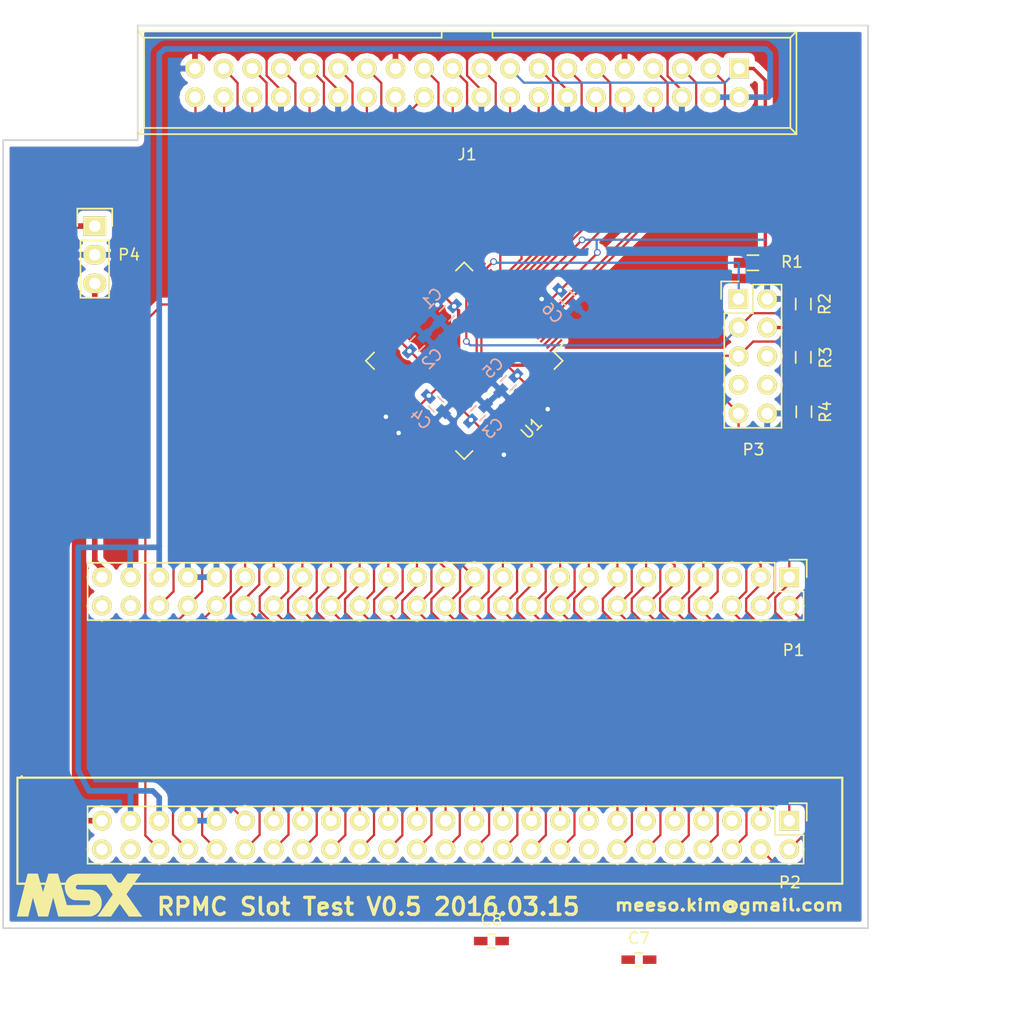
<source format=kicad_pcb>
(kicad_pcb (version 4) (host pcbnew 4.0.2-stable)
  (title_block (title "RPMC Slot Test") (date 2016-03-15) (rev 0.5) (company MSX))
  (layers (0 F.Cu signal) (31 B.Cu signal) (34 B.Paste user) (35 F.Paste user) (36 B.SilkS user) (37 F.SilkS user) (38 B.Mask user) (39 F.Mask user) (44 Edge.Cuts user))
  (net 0 "")
  (net 1 /MD02)
  (net 2 +5V)
  (net 3 /MD03)
  (net 4 /MD04)
  (net 5 /MD14)
  (net 6 /MD15)
  (net 7 /MRD)
  (net 8 /MMERQ)
  (net 9 /MEXT)
  (net 10 /SLTSL1)
  (net 11 /MWAIT)
  (net 12 /MA0)
  (net 13 /MD10)
  (net 14 /MD09)
  (net 15 /MODE)
  (net 16 /MD11)
  (net 17 /MD08)
  (net 18 /MD07)
  (net 19 /MD00)
  (net 20 /MD01)
  (net 21 /MD05)
  (net 22 /MD06)
  (net 23 /MD12)
  (net 24 /MD13)
  (net 25 /MIORQ)
  (net 26 /MWR)
  (net 27 /MCS)
  (net 28 /MRESET)
  (net 29 /MSLTSL0)
  (net 30 /CS1)
  (net 31 /CS2)
  (net 32 /CS12)
  (net 33 /SLTSL0)
  (net 34 "Net-(P1-Pad5)")
  (net 35 /RFSH)
  (net 36 /NWAIT)
  (net 37 /INT)
  (net 38 /M1)
  (net 39 /BUSDIR)
  (net 40 /IORQ)
  (net 41 /MERQ)
  (net 42 /WR)
  (net 43 /RD)
  (net 44 /RESET)
  (net 45 "Net-(P1-Pad16)")
  (net 46 /A9)
  (net 47 /A15)
  (net 48 /A11)
  (net 49 /A10)
  (net 50 /A7)
  (net 51 /A6)
  (net 52 /A12)
  (net 53 /A8)
  (net 54 /A14)
  (net 55 /A13)
  (net 56 /A1)
  (net 57 /A0)
  (net 58 /A3)
  (net 59 /A2)
  (net 60 /A5)
  (net 61 /A4)
  (net 62 /D1)
  (net 63 /D0)
  (net 64 /D3)
  (net 65 /D2)
  (net 66 /D5)
  (net 67 /D4)
  (net 68 /D7)
  (net 69 /D6)
  (net 70 /CLOCK)
  (net 71 /SWOUT)
  (net 72 /SW1)
  (net 73 "Net-(P1-Pad48)")
  (net 74 "Net-(P1-Pad50)")
  (net 75 "Net-(P2-Pad5)")
  (net 76 "Net-(P2-Pad16)")
  (net 77 /SW2)
  (net 78 "Net-(P2-Pad48)")
  (net 79 "Net-(P2-Pad50)")
  (net 80 "Net-(U1-Pad1)")
  (net 81 "Net-(U1-Pad2)")
  (net 82 "Net-(U1-Pad3)")
  (net 83 "Net-(U1-Pad4)")
  (net 84 "Net-(U1-Pad5)")
  (net 85 /CLK)
  (net 86 /MSLTSL1)
  (net 87 /TMS)
  (net 88 /TDI)
  (net 89 /TCK)
  (net 90 /TDO)
  (net 91 "Net-(P3-Pad6)")
  (net 92 "Net-(P3-Pad7)")
  (net 93 "Net-(P3-Pad8)")
  (net 94 "Net-(U1-Pad30)")
  (net 95 "Net-(U1-Pad64)")
  (net 96 +3V3)
  (net 97 GND)
  (net 98 "Net-(U1-Pad8)")
  (net 99 /SOUNDIN1)
  (net 100 /SOUNDIN0)
  (module Pin_Headers:Pin_Header_Straight_2x25 (layer F.Cu) (at 162.56 95.25 270)
    (fp_text reference P1 (at 6.477 -0.381 360) (layer F.SilkS))
    (fp_text value CONN_02X25)
    (pad 1 thru_hole rect (at 0 0 270) (size 1.7272 1.7272) (drill 1.016) (layers *.Cu *.Mask F.SilkS) (net 30 /CS1))
    (pad 2 thru_hole oval (at 2.54 0 270) (size 1.7272 1.7272) (drill 1.016) (layers *.Cu *.Mask F.SilkS) (net 31 /CS2))
    (pad 3 thru_hole oval (at 0 2.54 270) (size 1.7272 1.7272) (drill 1.016) (layers *.Cu *.Mask F.SilkS) (net 32 /CS12))
    (pad 4 thru_hole oval (at 2.54 2.54 270) (size 1.7272 1.7272) (drill 1.016) (layers *.Cu *.Mask F.SilkS) (net 33 /SLTSL0))
    (pad 5 thru_hole oval (at 0 5.08 270) (size 1.7272 1.7272) (drill 1.016) (layers *.Cu *.Mask F.SilkS) (net 34 "Net-(P1-Pad5)"))
    (pad 6 thru_hole oval (at 2.54 5.08 270) (size 1.7272 1.7272) (drill 1.016) (layers *.Cu *.Mask F.SilkS) (net 35 /RFSH))
    (pad 7 thru_hole oval (at 0 7.62 270) (size 1.7272 1.7272) (drill 1.016) (layers *.Cu *.Mask F.SilkS) (net 36 /NWAIT))
    (pad 8 thru_hole oval (at 2.54 7.62 270) (size 1.7272 1.7272) (drill 1.016) (layers *.Cu *.Mask F.SilkS) (net 37 /INT))
    (pad 9 thru_hole oval (at 0 10.16 270) (size 1.7272 1.7272) (drill 1.016) (layers *.Cu *.Mask F.SilkS) (net 38 /M1))
    (pad 10 thru_hole oval (at 2.54 10.16 270) (size 1.7272 1.7272) (drill 1.016) (layers *.Cu *.Mask F.SilkS) (net 39 /BUSDIR))
    (pad 11 thru_hole oval (at 0 12.7 270) (size 1.7272 1.7272) (drill 1.016) (layers *.Cu *.Mask F.SilkS) (net 40 /IORQ))
    (pad 12 thru_hole oval (at 2.54 12.7 270) (size 1.7272 1.7272) (drill 1.016) (layers *.Cu *.Mask F.SilkS) (net 41 /MERQ))
    (pad 13 thru_hole oval (at 0 15.24 270) (size 1.7272 1.7272) (drill 1.016) (layers *.Cu *.Mask F.SilkS) (net 42 /WR))
    (pad 14 thru_hole oval (at 2.54 15.24 270) (size 1.7272 1.7272) (drill 1.016) (layers *.Cu *.Mask F.SilkS) (net 43 /RD))
    (pad 15 thru_hole oval (at 0 17.78 270) (size 1.7272 1.7272) (drill 1.016) (layers *.Cu *.Mask F.SilkS) (net 44 /RESET))
    (pad 16 thru_hole oval (at 2.54 17.78 270) (size 1.7272 1.7272) (drill 1.016) (layers *.Cu *.Mask F.SilkS) (net 45 "Net-(P1-Pad16)"))
    (pad 17 thru_hole oval (at 0 20.32 270) (size 1.7272 1.7272) (drill 1.016) (layers *.Cu *.Mask F.SilkS) (net 46 /A9))
    (pad 18 thru_hole oval (at 2.54 20.32 270) (size 1.7272 1.7272) (drill 1.016) (layers *.Cu *.Mask F.SilkS) (net 47 /A15))
    (pad 19 thru_hole oval (at 0 22.86 270) (size 1.7272 1.7272) (drill 1.016) (layers *.Cu *.Mask F.SilkS) (net 48 /A11))
    (pad 20 thru_hole oval (at 2.54 22.86 270) (size 1.7272 1.7272) (drill 1.016) (layers *.Cu *.Mask F.SilkS) (net 49 /A10))
    (pad 21 thru_hole oval (at 0 25.4 270) (size 1.7272 1.7272) (drill 1.016) (layers *.Cu *.Mask F.SilkS) (net 50 /A7))
    (pad 22 thru_hole oval (at 2.54 25.4 270) (size 1.7272 1.7272) (drill 1.016) (layers *.Cu *.Mask F.SilkS) (net 51 /A6))
    (pad 23 thru_hole oval (at 0 27.94 270) (size 1.7272 1.7272) (drill 1.016) (layers *.Cu *.Mask F.SilkS) (net 52 /A12))
    (pad 24 thru_hole oval (at 2.54 27.94 270) (size 1.7272 1.7272) (drill 1.016) (layers *.Cu *.Mask F.SilkS) (net 53 /A8))
    (pad 25 thru_hole oval (at 0 30.48 270) (size 1.7272 1.7272) (drill 1.016) (layers *.Cu *.Mask F.SilkS) (net 54 /A14))
    (pad 26 thru_hole oval (at 2.54 30.48 270) (size 1.7272 1.7272) (drill 1.016) (layers *.Cu *.Mask F.SilkS) (net 55 /A13))
    (pad 27 thru_hole oval (at 0 33.02 270) (size 1.7272 1.7272) (drill 1.016) (layers *.Cu *.Mask F.SilkS) (net 56 /A1))
    (pad 28 thru_hole oval (at 2.54 33.02 270) (size 1.7272 1.7272) (drill 1.016) (layers *.Cu *.Mask F.SilkS) (net 57 /A0))
    (pad 29 thru_hole oval (at 0 35.56 270) (size 1.7272 1.7272) (drill 1.016) (layers *.Cu *.Mask F.SilkS) (net 58 /A3))
    (pad 30 thru_hole oval (at 2.54 35.56 270) (size 1.7272 1.7272) (drill 1.016) (layers *.Cu *.Mask F.SilkS) (net 59 /A2))
    (pad 31 thru_hole oval (at 0 38.1 270) (size 1.7272 1.7272) (drill 1.016) (layers *.Cu *.Mask F.SilkS) (net 60 /A5))
    (pad 32 thru_hole oval (at 2.54 38.1 270) (size 1.7272 1.7272) (drill 1.016) (layers *.Cu *.Mask F.SilkS) (net 61 /A4))
    (pad 33 thru_hole oval (at 0 40.64 270) (size 1.7272 1.7272) (drill 1.016) (layers *.Cu *.Mask F.SilkS) (net 62 /D1))
    (pad 34 thru_hole oval (at 2.54 40.64 270) (size 1.7272 1.7272) (drill 1.016) (layers *.Cu *.Mask F.SilkS) (net 63 /D0))
    (pad 35 thru_hole oval (at 0 43.18 270) (size 1.7272 1.7272) (drill 1.016) (layers *.Cu *.Mask F.SilkS) (net 64 /D3))
    (pad 36 thru_hole oval (at 2.54 43.18 270) (size 1.7272 1.7272) (drill 1.016) (layers *.Cu *.Mask F.SilkS) (net 65 /D2))
    (pad 37 thru_hole oval (at 0 45.72 270) (size 1.7272 1.7272) (drill 1.016) (layers *.Cu *.Mask F.SilkS) (net 66 /D5))
    (pad 38 thru_hole oval (at 2.54 45.72 270) (size 1.7272 1.7272) (drill 1.016) (layers *.Cu *.Mask F.SilkS) (net 67 /D4))
    (pad 39 thru_hole oval (at 0 48.26 270) (size 1.7272 1.7272) (drill 1.016) (layers *.Cu *.Mask F.SilkS) (net 68 /D7))
    (pad 40 thru_hole oval (at 2.54 48.26 270) (size 1.7272 1.7272) (drill 1.016) (layers *.Cu *.Mask F.SilkS) (net 69 /D6))
    (pad 41 thru_hole oval (at 0 50.8 270) (size 1.7272 1.7272) (drill 1.016) (layers *.Cu *.Mask F.SilkS) (net 97 GND))
    (pad 42 thru_hole oval (at 2.54 50.8 270) (size 1.7272 1.7272) (drill 1.016) (layers *.Cu *.Mask F.SilkS) (net 70 /CLOCK))
    (pad 43 thru_hole oval (at 0 53.34 270) (size 1.7272 1.7272) (drill 1.016) (layers *.Cu *.Mask F.SilkS) (net 97 GND))
    (pad 44 thru_hole oval (at 2.54 53.34 270) (size 1.7272 1.7272) (drill 1.016) (layers *.Cu *.Mask F.SilkS) (net 71 /SWOUT))
    (pad 45 thru_hole oval (at 0 55.88 270) (size 1.7272 1.7272) (drill 1.016) (layers *.Cu *.Mask F.SilkS) (net 2 +5V))
    (pad 46 thru_hole oval (at 2.54 55.88 270) (size 1.7272 1.7272) (drill 1.016) (layers *.Cu *.Mask F.SilkS) (net 72 /SW1))
    (pad 47 thru_hole oval (at 0 58.42 270) (size 1.7272 1.7272) (drill 1.016) (layers *.Cu *.Mask F.SilkS) (net 2 +5V))
    (pad 48 thru_hole oval (at 2.54 58.42 270) (size 1.7272 1.7272) (drill 1.016) (layers *.Cu *.Mask F.SilkS) (net 73 "Net-(P1-Pad48)"))
    (pad 49 thru_hole oval (at 0 60.96 270) (size 1.7272 1.7272) (drill 1.016) (layers *.Cu *.Mask F.SilkS) (net 99 /SOUNDIN1))
    (pad 50 thru_hole oval (at 2.54 60.96 270) (size 1.7272 1.7272) (drill 1.016) (layers *.Cu *.Mask F.SilkS) (net 74 "Net-(P1-Pad50)"))
  )
  (module Pin_Headers:Pin_Header_Straight_2x25 (layer F.Cu) (at 162.56 116.84 270)
    (fp_text reference P2 (at 5.4737 -0.0508 360) (layer F.SilkS))
    (fp_text value CONN_02X25)
    (pad 1 thru_hole rect (at 0 0 270) (size 1.7272 1.7272) (drill 1.016) (layers *.Cu *.Mask F.SilkS) (net 30 /CS1))
    (pad 2 thru_hole oval (at 2.54 0 270) (size 1.7272 1.7272) (drill 1.016) (layers *.Cu *.Mask F.SilkS) (net 31 /CS2))
    (pad 3 thru_hole oval (at 0 2.54 270) (size 1.7272 1.7272) (drill 1.016) (layers *.Cu *.Mask F.SilkS) (net 32 /CS12))
    (pad 4 thru_hole oval (at 2.54 2.54 270) (size 1.7272 1.7272) (drill 1.016) (layers *.Cu *.Mask F.SilkS) (net 10 /SLTSL1))
    (pad 5 thru_hole oval (at 0 5.08 270) (size 1.7272 1.7272) (drill 1.016) (layers *.Cu *.Mask F.SilkS) (net 75 "Net-(P2-Pad5)"))
    (pad 6 thru_hole oval (at 2.54 5.08 270) (size 1.7272 1.7272) (drill 1.016) (layers *.Cu *.Mask F.SilkS) (net 35 /RFSH))
    (pad 7 thru_hole oval (at 0 7.62 270) (size 1.7272 1.7272) (drill 1.016) (layers *.Cu *.Mask F.SilkS) (net 36 /NWAIT))
    (pad 8 thru_hole oval (at 2.54 7.62 270) (size 1.7272 1.7272) (drill 1.016) (layers *.Cu *.Mask F.SilkS) (net 37 /INT))
    (pad 9 thru_hole oval (at 0 10.16 270) (size 1.7272 1.7272) (drill 1.016) (layers *.Cu *.Mask F.SilkS) (net 38 /M1))
    (pad 10 thru_hole oval (at 2.54 10.16 270) (size 1.7272 1.7272) (drill 1.016) (layers *.Cu *.Mask F.SilkS) (net 39 /BUSDIR))
    (pad 11 thru_hole oval (at 0 12.7 270) (size 1.7272 1.7272) (drill 1.016) (layers *.Cu *.Mask F.SilkS) (net 40 /IORQ))
    (pad 12 thru_hole oval (at 2.54 12.7 270) (size 1.7272 1.7272) (drill 1.016) (layers *.Cu *.Mask F.SilkS) (net 41 /MERQ))
    (pad 13 thru_hole oval (at 0 15.24 270) (size 1.7272 1.7272) (drill 1.016) (layers *.Cu *.Mask F.SilkS) (net 42 /WR))
    (pad 14 thru_hole oval (at 2.54 15.24 270) (size 1.7272 1.7272) (drill 1.016) (layers *.Cu *.Mask F.SilkS) (net 43 /RD))
    (pad 15 thru_hole oval (at 0 17.78 270) (size 1.7272 1.7272) (drill 1.016) (layers *.Cu *.Mask F.SilkS) (net 44 /RESET))
    (pad 16 thru_hole oval (at 2.54 17.78 270) (size 1.7272 1.7272) (drill 1.016) (layers *.Cu *.Mask F.SilkS) (net 76 "Net-(P2-Pad16)"))
    (pad 17 thru_hole oval (at 0 20.32 270) (size 1.7272 1.7272) (drill 1.016) (layers *.Cu *.Mask F.SilkS) (net 46 /A9))
    (pad 18 thru_hole oval (at 2.54 20.32 270) (size 1.7272 1.7272) (drill 1.016) (layers *.Cu *.Mask F.SilkS) (net 47 /A15))
    (pad 19 thru_hole oval (at 0 22.86 270) (size 1.7272 1.7272) (drill 1.016) (layers *.Cu *.Mask F.SilkS) (net 48 /A11))
    (pad 20 thru_hole oval (at 2.54 22.86 270) (size 1.7272 1.7272) (drill 1.016) (layers *.Cu *.Mask F.SilkS) (net 49 /A10))
    (pad 21 thru_hole oval (at 0 25.4 270) (size 1.7272 1.7272) (drill 1.016) (layers *.Cu *.Mask F.SilkS) (net 50 /A7))
    (pad 22 thru_hole oval (at 2.54 25.4 270) (size 1.7272 1.7272) (drill 1.016) (layers *.Cu *.Mask F.SilkS) (net 51 /A6))
    (pad 23 thru_hole oval (at 0 27.94 270) (size 1.7272 1.7272) (drill 1.016) (layers *.Cu *.Mask F.SilkS) (net 52 /A12))
    (pad 24 thru_hole oval (at 2.54 27.94 270) (size 1.7272 1.7272) (drill 1.016) (layers *.Cu *.Mask F.SilkS) (net 53 /A8))
    (pad 25 thru_hole oval (at 0 30.48 270) (size 1.7272 1.7272) (drill 1.016) (layers *.Cu *.Mask F.SilkS) (net 54 /A14))
    (pad 26 thru_hole oval (at 2.54 30.48 270) (size 1.7272 1.7272) (drill 1.016) (layers *.Cu *.Mask F.SilkS) (net 55 /A13))
    (pad 27 thru_hole oval (at 0 33.02 270) (size 1.7272 1.7272) (drill 1.016) (layers *.Cu *.Mask F.SilkS) (net 56 /A1))
    (pad 28 thru_hole oval (at 2.54 33.02 270) (size 1.7272 1.7272) (drill 1.016) (layers *.Cu *.Mask F.SilkS) (net 57 /A0))
    (pad 29 thru_hole oval (at 0 35.56 270) (size 1.7272 1.7272) (drill 1.016) (layers *.Cu *.Mask F.SilkS) (net 58 /A3))
    (pad 30 thru_hole oval (at 2.54 35.56 270) (size 1.7272 1.7272) (drill 1.016) (layers *.Cu *.Mask F.SilkS) (net 59 /A2))
    (pad 31 thru_hole oval (at 0 38.1 270) (size 1.7272 1.7272) (drill 1.016) (layers *.Cu *.Mask F.SilkS) (net 60 /A5))
    (pad 32 thru_hole oval (at 2.54 38.1 270) (size 1.7272 1.7272) (drill 1.016) (layers *.Cu *.Mask F.SilkS) (net 61 /A4))
    (pad 33 thru_hole oval (at 0 40.64 270) (size 1.7272 1.7272) (drill 1.016) (layers *.Cu *.Mask F.SilkS) (net 62 /D1))
    (pad 34 thru_hole oval (at 2.54 40.64 270) (size 1.7272 1.7272) (drill 1.016) (layers *.Cu *.Mask F.SilkS) (net 63 /D0))
    (pad 35 thru_hole oval (at 0 43.18 270) (size 1.7272 1.7272) (drill 1.016) (layers *.Cu *.Mask F.SilkS) (net 64 /D3))
    (pad 36 thru_hole oval (at 2.54 43.18 270) (size 1.7272 1.7272) (drill 1.016) (layers *.Cu *.Mask F.SilkS) (net 65 /D2))
    (pad 37 thru_hole oval (at 0 45.72 270) (size 1.7272 1.7272) (drill 1.016) (layers *.Cu *.Mask F.SilkS) (net 66 /D5))
    (pad 38 thru_hole oval (at 2.54 45.72 270) (size 1.7272 1.7272) (drill 1.016) (layers *.Cu *.Mask F.SilkS) (net 67 /D4))
    (pad 39 thru_hole oval (at 0 48.26 270) (size 1.7272 1.7272) (drill 1.016) (layers *.Cu *.Mask F.SilkS) (net 68 /D7))
    (pad 40 thru_hole oval (at 2.54 48.26 270) (size 1.7272 1.7272) (drill 1.016) (layers *.Cu *.Mask F.SilkS) (net 69 /D6))
    (pad 41 thru_hole oval (at 0 50.8 270) (size 1.7272 1.7272) (drill 1.016) (layers *.Cu *.Mask F.SilkS) (net 97 GND))
    (pad 42 thru_hole oval (at 2.54 50.8 270) (size 1.7272 1.7272) (drill 1.016) (layers *.Cu *.Mask F.SilkS) (net 70 /CLOCK))
    (pad 43 thru_hole oval (at 0 53.34 270) (size 1.7272 1.7272) (drill 1.016) (layers *.Cu *.Mask F.SilkS) (net 97 GND))
    (pad 44 thru_hole oval (at 2.54 53.34 270) (size 1.7272 1.7272) (drill 1.016) (layers *.Cu *.Mask F.SilkS) (net 71 /SWOUT))
    (pad 45 thru_hole oval (at 0 55.88 270) (size 1.7272 1.7272) (drill 1.016) (layers *.Cu *.Mask F.SilkS) (net 2 +5V))
    (pad 46 thru_hole oval (at 2.54 55.88 270) (size 1.7272 1.7272) (drill 1.016) (layers *.Cu *.Mask F.SilkS) (net 77 /SW2))
    (pad 47 thru_hole oval (at 0 58.42 270) (size 1.7272 1.7272) (drill 1.016) (layers *.Cu *.Mask F.SilkS) (net 2 +5V))
    (pad 48 thru_hole oval (at 2.54 58.42 270) (size 1.7272 1.7272) (drill 1.016) (layers *.Cu *.Mask F.SilkS) (net 78 "Net-(P2-Pad48)"))
    (pad 49 thru_hole oval (at 0 60.96 270) (size 1.7272 1.7272) (drill 1.016) (layers *.Cu *.Mask F.SilkS) (net 100 /SOUNDIN0))
    (pad 50 thru_hole oval (at 2.54 60.96 270) (size 1.7272 1.7272) (drill 1.016) (layers *.Cu *.Mask F.SilkS) (net 79 "Net-(P2-Pad50)"))
  )
  (module Housings_QFP:TQFP-100_12x12mm_Pitch0.4mm (layer F.Cu) (at 133.731 76.073 225)
    (fp_text reference U1 (at 0 -8.45 225) (layer F.SilkS))
    (fp_text value EMP240)
    (pad 1 smd rect (at -6.7 -4.8 225) (size 1.5 0.2) (layers F.Cu F.Paste F.Mask) (net 80 "Net-(U1-Pad1)"))
    (pad 2 smd rect (at -6.7 -4.4 225) (size 1.5 0.2) (layers F.Cu F.Paste F.Mask) (net 81 "Net-(U1-Pad2)"))
    (pad 3 smd rect (at -6.7 -4 225) (size 1.5 0.2) (layers F.Cu F.Paste F.Mask) (net 82 "Net-(U1-Pad3)"))
    (pad 4 smd rect (at -6.7 -3.6 225) (size 1.5 0.2) (layers F.Cu F.Paste F.Mask) (net 83 "Net-(U1-Pad4)"))
    (pad 5 smd rect (at -6.7 -3.2 225) (size 1.5 0.2) (layers F.Cu F.Paste F.Mask) (net 84 "Net-(U1-Pad5)"))
    (pad 6 smd rect (at -6.7 -2.8 225) (size 1.5 0.2) (layers F.Cu F.Paste F.Mask) (net 1 /MD02))
    (pad 7 smd rect (at -6.7 -2.4 225) (size 1.5 0.2) (layers F.Cu F.Paste F.Mask) (net 3 /MD03))
    (pad 8 smd rect (at -6.7 -2 225) (size 1.5 0.2) (layers F.Cu F.Paste F.Mask) (net 98 "Net-(U1-Pad8)"))
    (pad 9 smd rect (at -6.7 -1.6 225) (size 1.5 0.2) (layers F.Cu F.Paste F.Mask) (net 96 +3V3))
    (pad 10 smd rect (at -6.7 -1.2 225) (size 1.5 0.2) (layers F.Cu F.Paste F.Mask) (net 97 GND))
    (pad 11 smd rect (at -6.7 -0.8 225) (size 1.5 0.2) (layers F.Cu F.Paste F.Mask) (net 97 GND))
    (pad 12 smd rect (at -6.7 -0.4 225) (size 1.5 0.2) (layers F.Cu F.Paste F.Mask) (net 4 /MD04))
    (pad 13 smd rect (at -6.7 0 225) (size 1.5 0.2) (layers F.Cu F.Paste F.Mask) (net 96 +3V3))
    (pad 14 smd rect (at -6.7 0.4 225) (size 1.5 0.2) (layers F.Cu F.Paste F.Mask) (net 85 /CLK))
    (pad 15 smd rect (at -6.7 0.8 225) (size 1.5 0.2) (layers F.Cu F.Paste F.Mask) (net 5 /MD14))
    (pad 16 smd rect (at -6.7 1.2 225) (size 1.5 0.2) (layers F.Cu F.Paste F.Mask) (net 6 /MD15))
    (pad 17 smd rect (at -6.7 1.6 225) (size 1.5 0.2) (layers F.Cu F.Paste F.Mask) (net 7 /MRD))
    (pad 18 smd rect (at -6.7 2 225) (size 1.5 0.2) (layers F.Cu F.Paste F.Mask) (net 8 /MMERQ))
    (pad 19 smd rect (at -6.7 2.4 225) (size 1.5 0.2) (layers F.Cu F.Paste F.Mask) (net 9 /MEXT))
    (pad 20 smd rect (at -6.7 2.8 225) (size 1.5 0.2) (layers F.Cu F.Paste F.Mask) (net 86 /MSLTSL1))
    (pad 21 smd rect (at -6.7 3.2 225) (size 1.5 0.2) (layers F.Cu F.Paste F.Mask) (net 11 /MWAIT))
    (pad 22 smd rect (at -6.7 3.6 225) (size 1.5 0.2) (layers F.Cu F.Paste F.Mask) (net 87 /TMS))
    (pad 23 smd rect (at -6.7 4 225) (size 1.5 0.2) (layers F.Cu F.Paste F.Mask) (net 88 /TDI))
    (pad 24 smd rect (at -6.7 4.4 225) (size 1.5 0.2) (layers F.Cu F.Paste F.Mask) (net 89 /TCK))
    (pad 25 smd rect (at -6.7 4.8 225) (size 1.5 0.2) (layers F.Cu F.Paste F.Mask) (net 90 /TDO))
    (pad 26 smd rect (at -4.8 6.7 315) (size 1.5 0.2) (layers F.Cu F.Paste F.Mask) (net 12 /MA0))
    (pad 27 smd rect (at -4.4 6.7 315) (size 1.5 0.2) (layers F.Cu F.Paste F.Mask) (net 13 /MD10))
    (pad 28 smd rect (at -4 6.7 315) (size 1.5 0.2) (layers F.Cu F.Paste F.Mask) (net 14 /MD09))
    (pad 29 smd rect (at -3.6 6.7 315) (size 1.5 0.2) (layers F.Cu F.Paste F.Mask) (net 15 /MODE))
    (pad 30 smd rect (at -3.2 6.7 315) (size 1.5 0.2) (layers F.Cu F.Paste F.Mask) (net 94 "Net-(U1-Pad30)"))
    (pad 31 smd rect (at -2.8 6.7 315) (size 1.5 0.2) (layers F.Cu F.Paste F.Mask) (net 96 +3V3))
    (pad 32 smd rect (at -2.4 6.7 315) (size 1.5 0.2) (layers F.Cu F.Paste F.Mask) (net 97 GND))
    (pad 33 smd rect (at -2 6.7 315) (size 1.5 0.2) (layers F.Cu F.Paste F.Mask) (net 16 /MD11))
    (pad 34 smd rect (at -1.6 6.7 315) (size 1.5 0.2) (layers F.Cu F.Paste F.Mask) (net 17 /MD08))
    (pad 35 smd rect (at -1.2 6.7 315) (size 1.5 0.2) (layers F.Cu F.Paste F.Mask) (net 18 /MD07))
    (pad 36 smd rect (at -0.8 6.7 315) (size 1.5 0.2) (layers F.Cu F.Paste F.Mask) (net 19 /MD00))
    (pad 37 smd rect (at -0.4 6.7 315) (size 1.5 0.2) (layers F.Cu F.Paste F.Mask) (net 20 /MD01))
    (pad 38 smd rect (at 0 6.7 315) (size 1.5 0.2) (layers F.Cu F.Paste F.Mask) (net 21 /MD05))
    (pad 39 smd rect (at 0.4 6.7 315) (size 1.5 0.2) (layers F.Cu F.Paste F.Mask) (net 22 /MD06))
    (pad 40 smd rect (at 0.8 6.7 315) (size 1.5 0.2) (layers F.Cu F.Paste F.Mask) (net 23 /MD12))
    (pad 41 smd rect (at 1.2 6.7 315) (size 1.5 0.2) (layers F.Cu F.Paste F.Mask) (net 24 /MD13))
    (pad 42 smd rect (at 1.6 6.7 315) (size 1.5 0.2) (layers F.Cu F.Paste F.Mask) (net 25 /MIORQ))
    (pad 43 smd rect (at 2 6.7 315) (size 1.5 0.2) (layers F.Cu F.Paste F.Mask) (net 26 /MWR))
    (pad 44 smd rect (at 2.4 6.7 315) (size 1.5 0.2) (layers F.Cu F.Paste F.Mask) (net 27 /MCS))
    (pad 45 smd rect (at 2.8 6.7 315) (size 1.5 0.2) (layers F.Cu F.Paste F.Mask) (net 96 +3V3))
    (pad 46 smd rect (at 3.2 6.7 315) (size 1.5 0.2) (layers F.Cu F.Paste F.Mask) (net 97 GND))
    (pad 47 smd rect (at 3.6 6.7 315) (size 1.5 0.2) (layers F.Cu F.Paste F.Mask) (net 28 /MRESET))
    (pad 48 smd rect (at 4 6.7 315) (size 1.5 0.2) (layers F.Cu F.Paste F.Mask) (net 29 /MSLTSL0))
    (pad 49 smd rect (at 4.4 6.7 315) (size 1.5 0.2) (layers F.Cu F.Paste F.Mask) (net 77 /SW2))
    (pad 50 smd rect (at 4.8 6.7 315) (size 1.5 0.2) (layers F.Cu F.Paste F.Mask) (net 72 /SW1))
    (pad 51 smd rect (at 6.7 4.8 225) (size 1.5 0.2) (layers F.Cu F.Paste F.Mask) (net 71 /SWOUT))
    (pad 52 smd rect (at 6.7 4.4 225) (size 1.5 0.2) (layers F.Cu F.Paste F.Mask) (net 70 /CLOCK))
    (pad 53 smd rect (at 6.7 4 225) (size 1.5 0.2) (layers F.Cu F.Paste F.Mask) (net 68 /D7))
    (pad 54 smd rect (at 6.7 3.6 225) (size 1.5 0.2) (layers F.Cu F.Paste F.Mask) (net 69 /D6))
    (pad 55 smd rect (at 6.7 3.2 225) (size 1.5 0.2) (layers F.Cu F.Paste F.Mask) (net 66 /D5))
    (pad 56 smd rect (at 6.7 2.8 225) (size 1.5 0.2) (layers F.Cu F.Paste F.Mask) (net 67 /D4))
    (pad 57 smd rect (at 6.7 2.4 225) (size 1.5 0.2) (layers F.Cu F.Paste F.Mask) (net 64 /D3))
    (pad 58 smd rect (at 6.7 2 225) (size 1.5 0.2) (layers F.Cu F.Paste F.Mask) (net 65 /D2))
    (pad 59 smd rect (at 6.7 1.6 225) (size 1.5 0.2) (layers F.Cu F.Paste F.Mask) (net 96 +3V3))
    (pad 60 smd rect (at 6.7 1.2 225) (size 1.5 0.2) (layers F.Cu F.Paste F.Mask) (net 97 GND))
    (pad 61 smd rect (at 6.7 0.8 225) (size 1.5 0.2) (layers F.Cu F.Paste F.Mask) (net 62 /D1))
    (pad 62 smd rect (at 6.7 0.4 225) (size 1.5 0.2) (layers F.Cu F.Paste F.Mask) (net 63 /D0))
    (pad 63 smd rect (at 6.7 0 225) (size 1.5 0.2) (layers F.Cu F.Paste F.Mask) (net 96 +3V3))
    (pad 64 smd rect (at 6.7 -0.4 225) (size 1.5 0.2) (layers F.Cu F.Paste F.Mask) (net 95 "Net-(U1-Pad64)"))
    (pad 65 smd rect (at 6.7 -0.8 225) (size 1.5 0.2) (layers F.Cu F.Paste F.Mask) (net 97 GND))
    (pad 66 smd rect (at 6.7 -1.2 225) (size 1.5 0.2) (layers F.Cu F.Paste F.Mask) (net 60 /A5))
    (pad 67 smd rect (at 6.7 -1.6 225) (size 1.5 0.2) (layers F.Cu F.Paste F.Mask) (net 61 /A4))
    (pad 68 smd rect (at 6.7 -2 225) (size 1.5 0.2) (layers F.Cu F.Paste F.Mask) (net 58 /A3))
    (pad 69 smd rect (at 6.7 -2.4 225) (size 1.5 0.2) (layers F.Cu F.Paste F.Mask) (net 59 /A2))
    (pad 70 smd rect (at 6.7 -2.8 225) (size 1.5 0.2) (layers F.Cu F.Paste F.Mask) (net 56 /A1))
    (pad 71 smd rect (at 6.7 -3.2 225) (size 1.5 0.2) (layers F.Cu F.Paste F.Mask) (net 57 /A0))
    (pad 72 smd rect (at 6.7 -3.6 225) (size 1.5 0.2) (layers F.Cu F.Paste F.Mask) (net 54 /A14))
    (pad 73 smd rect (at 6.7 -4 225) (size 1.5 0.2) (layers F.Cu F.Paste F.Mask) (net 55 /A13))
    (pad 74 smd rect (at 6.7 -4.4 225) (size 1.5 0.2) (layers F.Cu F.Paste F.Mask) (net 52 /A12))
    (pad 75 smd rect (at 6.7 -4.8 225) (size 1.5 0.2) (layers F.Cu F.Paste F.Mask) (net 53 /A8))
    (pad 76 smd rect (at 4.8 -6.7 315) (size 1.5 0.2) (layers F.Cu F.Paste F.Mask) (net 50 /A7))
    (pad 77 smd rect (at 4.4 -6.7 315) (size 1.5 0.2) (layers F.Cu F.Paste F.Mask) (net 51 /A6))
    (pad 78 smd rect (at 4 -6.7 315) (size 1.5 0.2) (layers F.Cu F.Paste F.Mask) (net 48 /A11))
    (pad 79 smd rect (at 3.6 -6.7 315) (size 1.5 0.2) (layers F.Cu F.Paste F.Mask) (net 97 GND))
    (pad 80 smd rect (at 3.2 -6.7 315) (size 1.5 0.2) (layers F.Cu F.Paste F.Mask) (net 96 +3V3))
    (pad 81 smd rect (at 2.8 -6.7 315) (size 1.5 0.2) (layers F.Cu F.Paste F.Mask) (net 49 /A10))
    (pad 82 smd rect (at 2.4 -6.7 315) (size 1.5 0.2) (layers F.Cu F.Paste F.Mask) (net 46 /A9))
    (pad 83 smd rect (at 2 -6.7 315) (size 1.5 0.2) (layers F.Cu F.Paste F.Mask) (net 47 /A15))
    (pad 84 smd rect (at 1.6 -6.7 315) (size 1.5 0.2) (layers F.Cu F.Paste F.Mask) (net 44 /RESET))
    (pad 85 smd rect (at 1.2 -6.7 315) (size 1.5 0.2) (layers F.Cu F.Paste F.Mask) (net 42 /WR))
    (pad 86 smd rect (at 0.8 -6.7 315) (size 1.5 0.2) (layers F.Cu F.Paste F.Mask) (net 43 /RD))
    (pad 87 smd rect (at 0.4 -6.7 315) (size 1.5 0.2) (layers F.Cu F.Paste F.Mask) (net 40 /IORQ))
    (pad 88 smd rect (at 0 -6.7 315) (size 1.5 0.2) (layers F.Cu F.Paste F.Mask) (net 41 /MERQ))
    (pad 89 smd rect (at -0.4 -6.7 315) (size 1.5 0.2) (layers F.Cu F.Paste F.Mask) (net 38 /M1))
    (pad 90 smd rect (at -0.8 -6.7 315) (size 1.5 0.2) (layers F.Cu F.Paste F.Mask) (net 39 /BUSDIR))
    (pad 91 smd rect (at -1.2 -6.7 315) (size 1.5 0.2) (layers F.Cu F.Paste F.Mask) (net 36 /NWAIT))
    (pad 92 smd rect (at -1.6 -6.7 315) (size 1.5 0.2) (layers F.Cu F.Paste F.Mask) (net 37 /INT))
    (pad 93 smd rect (at -2 -6.7 315) (size 1.5 0.2) (layers F.Cu F.Paste F.Mask) (net 97 GND))
    (pad 94 smd rect (at -2.4 -6.7 315) (size 1.5 0.2) (layers F.Cu F.Paste F.Mask) (net 96 +3V3))
    (pad 95 smd rect (at -2.8 -6.7 315) (size 1.5 0.2) (layers F.Cu F.Paste F.Mask) (net 35 /RFSH))
    (pad 96 smd rect (at -3.2 -6.7 315) (size 1.5 0.2) (layers F.Cu F.Paste F.Mask) (net 32 /CS12))
    (pad 97 smd rect (at -3.6 -6.7 315) (size 1.5 0.2) (layers F.Cu F.Paste F.Mask) (net 33 /SLTSL0))
    (pad 98 smd rect (at -4 -6.7 315) (size 1.5 0.2) (layers F.Cu F.Paste F.Mask) (net 30 /CS1))
    (pad 99 smd rect (at -4.4 -6.7 315) (size 1.5 0.2) (layers F.Cu F.Paste F.Mask) (net 31 /CS2))
    (pad 100 smd rect (at -4.8 -6.7 315) (size 1.5 0.2) (layers F.Cu F.Paste F.Mask) (net 10 /SLTSL1))
  )
  (module Connect:IDC_Header_Straight_40pins (layer F.Cu) (at 158.115 50.165 180)
    (fp_text reference J1 (at 24.13 -7.62 180) (layer F.SilkS))
    (fp_text value RPi_GPIO)
    (pad 1 thru_hole rect (at 0 0 180) (size 1.7272 1.7272) (drill 1.016) (layers *.Cu *.Mask F.SilkS) (net 96 +3V3))
    (pad 2 thru_hole oval (at 0 -2.54 180) (size 1.7272 1.7272) (drill 1.016) (layers *.Cu *.Mask F.SilkS) (net 2 +5V))
    (pad 3 thru_hole oval (at 2.54 0 180) (size 1.7272 1.7272) (drill 1.016) (layers *.Cu *.Mask F.SilkS) (net 1 /MD02))
    (pad 4 thru_hole oval (at 2.54 -2.54 180) (size 1.7272 1.7272) (drill 1.016) (layers *.Cu *.Mask F.SilkS) (net 2 +5V))
    (pad 5 thru_hole oval (at 5.08 0 180) (size 1.7272 1.7272) (drill 1.016) (layers *.Cu *.Mask F.SilkS) (net 3 /MD03))
    (pad 6 thru_hole oval (at 5.08 -2.54 180) (size 1.7272 1.7272) (drill 1.016) (layers *.Cu *.Mask F.SilkS) (net 97 GND))
    (pad 7 thru_hole oval (at 7.62 0 180) (size 1.7272 1.7272) (drill 1.016) (layers *.Cu *.Mask F.SilkS) (net 4 /MD04))
    (pad 8 thru_hole oval (at 7.62 -2.54 180) (size 1.7272 1.7272) (drill 1.016) (layers *.Cu *.Mask F.SilkS) (net 5 /MD14))
    (pad 9 thru_hole oval (at 10.16 0 180) (size 1.7272 1.7272) (drill 1.016) (layers *.Cu *.Mask F.SilkS) (net 97 GND))
    (pad 10 thru_hole oval (at 10.16 -2.54 180) (size 1.7272 1.7272) (drill 1.016) (layers *.Cu *.Mask F.SilkS) (net 6 /MD15))
    (pad 11 thru_hole oval (at 12.7 0 180) (size 1.7272 1.7272) (drill 1.016) (layers *.Cu *.Mask F.SilkS) (net 7 /MRD))
    (pad 12 thru_hole oval (at 12.7 -2.54 180) (size 1.7272 1.7272) (drill 1.016) (layers *.Cu *.Mask F.SilkS) (net 8 /MMERQ))
    (pad 13 thru_hole oval (at 15.24 0 180) (size 1.7272 1.7272) (drill 1.016) (layers *.Cu *.Mask F.SilkS) (net 9 /MEXT))
    (pad 14 thru_hole oval (at 15.24 -2.54 180) (size 1.7272 1.7272) (drill 1.016) (layers *.Cu *.Mask F.SilkS) (net 97 GND))
    (pad 15 thru_hole oval (at 17.78 0 180) (size 1.7272 1.7272) (drill 1.016) (layers *.Cu *.Mask F.SilkS) (net 86 /MSLTSL1))
    (pad 16 thru_hole oval (at 17.78 -2.54 180) (size 1.7272 1.7272) (drill 1.016) (layers *.Cu *.Mask F.SilkS) (net 11 /MWAIT))
    (pad 17 thru_hole oval (at 20.32 0 180) (size 1.7272 1.7272) (drill 1.016) (layers *.Cu *.Mask F.SilkS) (net 96 +3V3))
    (pad 18 thru_hole oval (at 20.32 -2.54 180) (size 1.7272 1.7272) (drill 1.016) (layers *.Cu *.Mask F.SilkS) (net 12 /MA0))
    (pad 19 thru_hole oval (at 22.86 0 180) (size 1.7272 1.7272) (drill 1.016) (layers *.Cu *.Mask F.SilkS) (net 13 /MD10))
    (pad 20 thru_hole oval (at 22.86 -2.54 180) (size 1.7272 1.7272) (drill 1.016) (layers *.Cu *.Mask F.SilkS) (net 97 GND))
    (pad 21 thru_hole oval (at 25.4 0 180) (size 1.7272 1.7272) (drill 1.016) (layers *.Cu *.Mask F.SilkS) (net 14 /MD09))
    (pad 22 thru_hole oval (at 25.4 -2.54 180) (size 1.7272 1.7272) (drill 1.016) (layers *.Cu *.Mask F.SilkS) (net 15 /MODE))
    (pad 23 thru_hole oval (at 27.94 0 180) (size 1.7272 1.7272) (drill 1.016) (layers *.Cu *.Mask F.SilkS) (net 16 /MD11))
    (pad 24 thru_hole oval (at 27.94 -2.54 180) (size 1.7272 1.7272) (drill 1.016) (layers *.Cu *.Mask F.SilkS) (net 17 /MD08))
    (pad 25 thru_hole oval (at 30.48 0 180) (size 1.7272 1.7272) (drill 1.016) (layers *.Cu *.Mask F.SilkS) (net 97 GND))
    (pad 26 thru_hole oval (at 30.48 -2.54 180) (size 1.7272 1.7272) (drill 1.016) (layers *.Cu *.Mask F.SilkS) (net 18 /MD07))
    (pad 27 thru_hole oval (at 33.02 0 180) (size 1.7272 1.7272) (drill 1.016) (layers *.Cu *.Mask F.SilkS) (net 19 /MD00))
    (pad 28 thru_hole oval (at 33.02 -2.54 180) (size 1.7272 1.7272) (drill 1.016) (layers *.Cu *.Mask F.SilkS) (net 20 /MD01))
    (pad 29 thru_hole oval (at 35.56 0 180) (size 1.7272 1.7272) (drill 1.016) (layers *.Cu *.Mask F.SilkS) (net 21 /MD05))
    (pad 30 thru_hole oval (at 35.56 -2.54 180) (size 1.7272 1.7272) (drill 1.016) (layers *.Cu *.Mask F.SilkS) (net 97 GND))
    (pad 31 thru_hole oval (at 38.1 0 180) (size 1.7272 1.7272) (drill 1.016) (layers *.Cu *.Mask F.SilkS) (net 22 /MD06))
    (pad 32 thru_hole oval (at 38.1 -2.54 180) (size 1.7272 1.7272) (drill 1.016) (layers *.Cu *.Mask F.SilkS) (net 23 /MD12))
    (pad 33 thru_hole oval (at 40.64 0 180) (size 1.7272 1.7272) (drill 1.016) (layers *.Cu *.Mask F.SilkS) (net 24 /MD13))
    (pad 34 thru_hole oval (at 40.64 -2.54 180) (size 1.7272 1.7272) (drill 1.016) (layers *.Cu *.Mask F.SilkS) (net 97 GND))
    (pad 35 thru_hole oval (at 43.18 0 180) (size 1.7272 1.7272) (drill 1.016) (layers *.Cu *.Mask F.SilkS) (net 25 /MIORQ))
    (pad 36 thru_hole oval (at 43.18 -2.54 180) (size 1.7272 1.7272) (drill 1.016) (layers *.Cu *.Mask F.SilkS) (net 26 /MWR))
    (pad 37 thru_hole oval (at 45.72 0 180) (size 1.7272 1.7272) (drill 1.016) (layers *.Cu *.Mask F.SilkS) (net 27 /MCS))
    (pad 38 thru_hole oval (at 45.72 -2.54 180) (size 1.7272 1.7272) (drill 1.016) (layers *.Cu *.Mask F.SilkS) (net 28 /MRESET))
    (pad 39 thru_hole oval (at 48.26 0 180) (size 1.7272 1.7272) (drill 1.016) (layers *.Cu *.Mask F.SilkS) (net 97 GND))
    (pad 40 thru_hole oval (at 48.26 -2.54 180) (size 1.7272 1.7272) (drill 1.016) (layers *.Cu *.Mask F.SilkS) (net 29 /MSLTSL0))
  )
  (module Pin_Headers:Pin_Header_Straight_1x03 (layer F.Cu) (at 100.965 64.135)
    (fp_text reference P4 (at 3.048 2.54) (layer F.SilkS))
    (fp_text value CONN_01X03)
    (pad 1 thru_hole rect (at 0 0) (size 2.032 1.7272) (drill 1.016) (layers *.Cu *.Mask F.SilkS) (net 100 /SOUNDIN0))
    (pad 2 thru_hole oval (at 0 2.54) (size 2.032 1.7272) (drill 1.016) (layers *.Cu *.Mask F.SilkS) (net 97 GND))
    (pad 3 thru_hole oval (at 0 5.08) (size 2.032 1.7272) (drill 1.016) (layers *.Cu *.Mask F.SilkS) (net 99 /SOUNDIN1))
  )
  (module Pin_Headers:Pin_Header_Straight_2x05 (layer F.Cu) (at 158.0642 70.5866)
    (fp_text reference P3 (at 1.3208 13.3604) (layer F.SilkS))
    (fp_text value CONN_02X05)
    (pad 1 thru_hole rect (at 0 0) (size 1.7272 1.7272) (drill 1.016) (layers *.Cu *.Mask F.SilkS) (net 89 /TCK))
    (pad 2 thru_hole oval (at 2.54 0) (size 1.7272 1.7272) (drill 1.016) (layers *.Cu *.Mask F.SilkS) (net 97 GND))
    (pad 3 thru_hole oval (at 0 2.54) (size 1.7272 1.7272) (drill 1.016) (layers *.Cu *.Mask F.SilkS) (net 90 /TDO))
    (pad 4 thru_hole oval (at 2.54 2.54) (size 1.7272 1.7272) (drill 1.016) (layers *.Cu *.Mask F.SilkS) (net 96 +3V3))
    (pad 5 thru_hole oval (at 0 5.08) (size 1.7272 1.7272) (drill 1.016) (layers *.Cu *.Mask F.SilkS) (net 87 /TMS))
    (pad 6 thru_hole oval (at 2.54 5.08) (size 1.7272 1.7272) (drill 1.016) (layers *.Cu *.Mask F.SilkS) (net 91 "Net-(P3-Pad6)"))
    (pad 7 thru_hole oval (at 0 7.62) (size 1.7272 1.7272) (drill 1.016) (layers *.Cu *.Mask F.SilkS) (net 92 "Net-(P3-Pad7)"))
    (pad 8 thru_hole oval (at 2.54 7.62) (size 1.7272 1.7272) (drill 1.016) (layers *.Cu *.Mask F.SilkS) (net 93 "Net-(P3-Pad8)"))
    (pad 9 thru_hole oval (at 0 10.16) (size 1.7272 1.7272) (drill 1.016) (layers *.Cu *.Mask F.SilkS) (net 88 /TDI))
    (pad 10 thru_hole oval (at 2.54 10.16) (size 1.7272 1.7272) (drill 1.016) (layers *.Cu *.Mask F.SilkS) (net 97 GND))
  )
  (module Resistors_SMD:R_0603_HandSoldering (layer F.Cu) (at 159.3342 67.3862 180)
    (fp_text reference R1 (at -3.4671 0.0762 180) (layer F.SilkS))
    (fp_text value 10K)
    (pad 1 smd rect (at -1.1 0 180) (size 1.2 0.9) (layers F.Cu F.Paste F.Mask) (net 96 +3V3))
    (pad 2 smd rect (at 1.1 0 180) (size 1.2 0.9) (layers F.Cu F.Paste F.Mask) (net 89 /TCK))
  )
  (module Resistors_SMD:R_0603_HandSoldering (layer F.Cu) (at 163.8046 71.0438 270)
    (fp_text reference R2 (at 0 -1.9 270) (layer F.SilkS))
    (fp_text value 10K)
    (pad 1 smd rect (at -1.1 0 270) (size 1.2 0.9) (layers F.Cu F.Paste F.Mask) (net 96 +3V3))
    (pad 2 smd rect (at 1.1 0 270) (size 1.2 0.9) (layers F.Cu F.Paste F.Mask) (net 90 /TDO))
  )
  (module Resistors_SMD:R_0603_HandSoldering (layer F.Cu) (at 163.8046 75.7682 90)
    (fp_text reference R3 (at -0.0254 1.9685 90) (layer F.SilkS))
    (fp_text value 10K)
    (pad 1 smd rect (at -1.1 0 90) (size 1.2 0.9) (layers F.Cu F.Paste F.Mask) (net 96 +3V3))
    (pad 2 smd rect (at 1.1 0 90) (size 1.2 0.9) (layers F.Cu F.Paste F.Mask) (net 87 /TMS))
  )
  (module Resistors_SMD:R_0603_HandSoldering (layer F.Cu) (at 163.8554 80.5942 270)
    (fp_text reference R4 (at 0 -1.9 270) (layer F.SilkS))
    (fp_text value 10K)
    (pad 1 smd rect (at -1.1 0 270) (size 1.2 0.9) (layers F.Cu F.Paste F.Mask) (net 96 +3V3))
    (pad 2 smd rect (at 1.1 0 270) (size 1.2 0.9) (layers F.Cu F.Paste F.Mask) (net 88 /TDI))
  )
  (module msxbuspcb:msx (layer F.Cu) (at 99.568 123.444)
    (fp_text reference G*** hide)
    (fp_text value LOGO hide)
  )
  (module Capacitors_SMD:C_0603_HandSoldering (layer B.Cu) (at 132.207 71.882 225)
    (fp_text reference C1 (at 0 1.9 225) (layer B.SilkS) (effects (justify mirror)))
    (fp_text value 104)
    (pad 1 smd rect (at -0.95 0 225) (size 1.2 0.75) (layers B.Cu B.Paste B.Mask) (net 96 +3V3))
    (pad 2 smd rect (at 0.95 0 225) (size 1.2 0.75) (layers B.Cu B.Paste B.Mask) (net 97 GND))
  )
  (module Capacitors_SMD:C_0603_HandSoldering (layer B.Cu) (at 129.54 74.549 45)
    (fp_text reference C2 (at 0 1.9 45) (layer B.SilkS) (effects (justify mirror)))
    (fp_text value C)
    (pad 1 smd rect (at -0.95 0 45) (size 1.2 0.75) (layers B.Cu B.Paste B.Mask) (net 96 +3V3))
    (pad 2 smd rect (at 0.95 0 45) (size 1.2 0.75) (layers B.Cu B.Paste B.Mask) (net 97 GND))
  )
  (module Capacitors_SMD:C_0603_HandSoldering (layer B.Cu) (at 134.9502 80.7212 45)
    (fp_text reference C3 (at 0 1.9 45) (layer B.SilkS) (effects (justify mirror)))
    (fp_text value C)
    (pad 1 smd rect (at -0.95 0 45) (size 1.2 0.75) (layers B.Cu B.Paste B.Mask) (net 96 +3V3))
    (pad 2 smd rect (at 0.95 0 45) (size 1.2 0.75) (layers B.Cu B.Paste B.Mask) (net 97 GND))
  )
  (module Capacitors_SMD:C_0603_HandSoldering (layer B.Cu) (at 131.2164 79.9084 315)
    (fp_text reference C4 (at 0 1.9 315) (layer B.SilkS) (effects (justify mirror)))
    (fp_text value C)
    (pad 1 smd rect (at -0.95 0 315) (size 1.2 0.75) (layers B.Cu B.Paste B.Mask) (net 96 +3V3))
    (pad 2 smd rect (at 0.95 0 315) (size 1.2 0.75) (layers B.Cu B.Paste B.Mask) (net 97 GND))
  )
  (module Capacitors_SMD:C_0603_HandSoldering (layer B.Cu) (at 137.6426 78.0542 225)
    (fp_text reference C5 (at 0 1.9 225) (layer B.SilkS) (effects (justify mirror)))
    (fp_text value 104)
    (pad 1 smd rect (at -0.95 0 225) (size 1.2 0.75) (layers B.Cu B.Paste B.Mask) (net 96 +3V3))
    (pad 2 smd rect (at 0.95 0 225) (size 1.2 0.75) (layers B.Cu B.Paste B.Mask) (net 97 GND))
  )
  (module Capacitors_SMD:C_0603_HandSoldering (layer B.Cu) (at 142.88516 70.49516 315)
    (fp_text reference C6 (at 0 1.9 315) (layer B.SilkS) (effects (justify mirror)))
    (fp_text value C)
    (pad 1 smd rect (at -0.95 0 315) (size 1.2 0.75) (layers B.Cu B.Paste B.Mask) (net 96 +3V3))
    (pad 2 smd rect (at 0.95 0 315) (size 1.2 0.75) (layers B.Cu B.Paste B.Mask) (net 97 GND))
  )
  (module Capacitors_SMD:C_0603_HandSoldering (layer F.Cu) (at 149.225 129.159)
    (fp_text reference C7 (at 0 -1.9) (layer F.SilkS))
    (fp_text value C)
    (pad 1 smd rect (at -0.95 0) (size 1.2 0.75) (layers F.Cu F.Paste F.Mask) (net 96 +3V3))
    (pad 2 smd rect (at 0.95 0) (size 1.2 0.75) (layers F.Cu F.Paste F.Mask) (net 97 GND))
  )
  (module Capacitors_SMD:C_0603_HandSoldering (layer F.Cu) (at 136.144 127.508)
    (fp_text reference C8 (at 0 -1.9) (layer F.SilkS))
    (fp_text value C)
    (pad 1 smd rect (at -0.95 0) (size 1.2 0.75) (layers F.Cu F.Paste F.Mask) (net 96 +3V3))
    (pad 2 smd rect (at 0.95 0) (size 1.2 0.75) (layers F.Cu F.Paste F.Mask) (net 97 GND))
  )
  (gr_text "RPMC Slot Test V0.5 2016.03.15" (at 125.222 124.46) (layer F.SilkS) (effects (font (size 1.5 1.5) (thickness 0.3))))
  (gr_line (start 92.837 126.365) (end 169.545 126.365) (angle 90) (layer Edge.Cuts) (width 0.15))
  (gr_text meeso.kim@gmail.com (at 157.226 124.333) (layer F.SilkS) (effects (font (size 1 1.2) (thickness 0.25))))
  (gr_line (start 169.545 123.825) (end 169.545 126.365) (angle 90) (layer Edge.Cuts) (width 0.15))
  (gr_line (start 92.837 123.825) (end 92.837 126.365) (angle 90) (layer Edge.Cuts) (width 0.15))
  (gr_line (start 94.361 113.03) (end 94.488 112.903) (angle 90) (layer F.SilkS) (width 0.2))
  (gr_line (start 94.107 113.03) (end 94.361 113.03) (angle 90) (layer F.SilkS) (width 0.2))
  (gr_line (start 94.107 122.428) (end 94.107 113.03) (angle 90) (layer F.SilkS) (width 0.2))
  (gr_line (start 167.259 122.428) (end 94.107 122.428) (angle 90) (layer F.SilkS) (width 0.2))
  (gr_line (start 167.259 113.03) (end 167.259 122.428) (angle 90) (layer F.SilkS) (width 0.2))
  (gr_line (start 94.361 113.03) (end 167.259 113.03) (angle 90) (layer F.SilkS) (width 0.2))
  (gr_line (start 92.837 56.515) (end 92.837 123.825) (angle 90) (layer Edge.Cuts) (width 0.15))
  (gr_line (start 97.155 56.515) (end 92.837 56.515) (angle 90) (layer Edge.Cuts) (width 0.15))
  (gr_line (start 169.545 56.515) (end 169.545 123.825) (angle 90) (layer Edge.Cuts) (width 0.15))
  (gr_line (start 161.925 46.355) (end 169.545 46.355) (angle 90) (layer Edge.Cuts) (width 0.15))
  (gr_line (start 169.545 46.355) (end 169.545 56.515) (angle 90) (layer Edge.Cuts) (width 0.15))
  (gr_line (start 104.775 46.355) (end 161.925 46.355) (angle 90) (layer Edge.Cuts) (width 0.15))
  (gr_line (start 99.695 56.515) (end 97.155 56.515) (angle 90) (layer Edge.Cuts) (width 0.15))
  (gr_line (start 104.775 56.515) (end 99.695 56.515) (angle 90) (layer Edge.Cuts) (width 0.15))
  (gr_line (start 104.775 46.355) (end 104.775 56.515) (angle 90) (layer Edge.Cuts) (width 0.15))
  (segment (start 140.448514 73.315284) (end 140.451116 73.315284) (width 0.2) (layer F.Cu) (net 1))
  (segment (start 140.451116 73.315284) (end 156.845 56.9214) (width 0.2) (layer F.Cu) (net 1))
  (segment (start 156.845 56.9214) (end 156.845 51.435) (width 0.2) (layer F.Cu) (net 1))
  (segment (start 156.845 51.435) (end 155.575 50.165) (width 0.2) (layer F.Cu) (net 1))
  (segment (start 104.1019 92.6084) (end 104.1019 95.2119) (width 0.5) (layer B.Cu) (net 2))
  (segment (start 104.1019 95.2119) (end 104.14 95.25) (width 0.5) (layer B.Cu) (net 2))
  (segment (start 104.14 114.1984) (end 104.14 116.84) (width 0.5) (layer B.Cu) (net 2))
  (segment (start 99.4918 92.6084) (end 104.1019 92.6084) (width 0.5) (layer B.Cu) (net 2))
  (segment (start 104.1019 92.6084) (end 106.5657 92.6084) (width 0.5) (layer B.Cu) (net 2))
  (segment (start 99.4918 92.6084) (end 99.4918 112.3696) (width 0.5) (layer B.Cu) (net 2))
  (segment (start 99.4918 112.3696) (end 100.4443 114.1984) (width 0.5) (layer B.Cu) (net 2))
  (segment (start 100.4443 114.1984) (end 104.14 114.1984) (width 0.5) (layer B.Cu) (net 2))
  (segment (start 104.14 114.1984) (end 106.0958 114.1984) (width 0.5) (layer B.Cu) (net 2))
  (segment (start 106.0958 114.1984) (end 106.68 114.7826) (width 0.5) (layer B.Cu) (net 2))
  (segment (start 106.68 116.84) (end 106.68 114.7826) (width 0.5) (layer B.Cu) (net 2))
  (segment (start 106.5657 92.6084) (end 106.68 92.4941) (width 0.5) (layer B.Cu) (net 2))
  (segment (start 158.115 52.705) (end 160.7185 52.705) (width 0.5) (layer B.Cu) (net 2))
  (segment (start 107.188 48.4378) (end 106.68 48.8569) (width 0.5) (layer B.Cu) (net 2))
  (segment (start 106.68 48.8569) (end 106.68 92.4941) (width 0.5) (layer B.Cu) (net 2))
  (segment (start 106.68 92.4941) (end 106.68 95.25) (width 0.5) (layer B.Cu) (net 2))
  (segment (start 153.67 48.4378) (end 107.188 48.4378) (width 0.5) (layer B.Cu) (net 2))
  (segment (start 160.7185 52.705) (end 160.8582 52.5653) (width 0.5) (layer B.Cu) (net 2))
  (segment (start 160.8582 52.5653) (end 160.8582 48.8442) (width 0.5) (layer B.Cu) (net 2))
  (segment (start 160.8582 48.8442) (end 160.4518 48.4378) (width 0.5) (layer B.Cu) (net 2))
  (segment (start 160.4518 48.4378) (end 153.67 48.4378) (width 0.5) (layer B.Cu) (net 2))
  (segment (start 158.115 52.705) (end 155.575 52.705) (width 0.5) (layer B.Cu) (net 2))
  (segment (start 140.165672 73.032441) (end 140.165672 73.029228) (width 0.2) (layer F.Cu) (net 3))
  (segment (start 140.165672 73.029228) (end 154.305 58.8899) (width 0.2) (layer F.Cu) (net 3))
  (segment (start 154.305 58.8899) (end 154.305 51.435) (width 0.2) (layer F.Cu) (net 3))
  (segment (start 154.305 51.435) (end 153.035 50.165) (width 0.2) (layer F.Cu) (net 3))
  (segment (start 138.751458 71.618227) (end 138.757273 71.618227) (width 0.2) (layer F.Cu) (net 4))
  (segment (start 138.757273 71.618227) (end 151.765 58.6105) (width 0.2) (layer F.Cu) (net 4))
  (segment (start 151.765 58.6105) (end 151.765 51.435) (width 0.2) (layer F.Cu) (net 4))
  (segment (start 151.765 51.435) (end 150.495 50.165) (width 0.2) (layer F.Cu) (net 4))
  (segment (start 137.90293 70.769699) (end 137.904001 70.769699) (width 0.2) (layer F.Cu) (net 5))
  (segment (start 137.904001 70.769699) (end 150.495 58.1787) (width 0.2) (layer F.Cu) (net 5))
  (segment (start 150.495 58.1787) (end 150.495 52.705) (width 0.2) (layer F.Cu) (net 5))
  (segment (start 137.620087 70.486856) (end 137.620087 70.482113) (width 0.2) (layer F.Cu) (net 6))
  (segment (start 137.620087 70.482113) (end 147.955 60.1472) (width 0.2) (layer F.Cu) (net 6))
  (segment (start 147.955 60.1472) (end 147.955 52.705) (width 0.2) (layer F.Cu) (net 6))
  (segment (start 137.337245 70.204014) (end 137.339386 70.204014) (width 0.2) (layer F.Cu) (net 7))
  (segment (start 137.339386 70.204014) (end 146.685 60.8584) (width 0.2) (layer F.Cu) (net 7))
  (segment (start 146.685 60.8584) (end 146.685 51.435) (width 0.2) (layer F.Cu) (net 7))
  (segment (start 146.685 51.435) (end 145.415 50.165) (width 0.2) (layer F.Cu) (net 7))
  (segment (start 137.054402 69.921171) (end 137.054402 69.917498) (width 0.2) (layer F.Cu) (net 8))
  (segment (start 137.054402 69.917498) (end 145.415 61.5569) (width 0.2) (layer F.Cu) (net 8))
  (segment (start 145.415 61.5569) (end 145.415 52.705) (width 0.2) (layer F.Cu) (net 8))
  (segment (start 136.771559 69.638328) (end 136.774772 69.638328) (width 0.2) (layer F.Cu) (net 9))
  (segment (start 136.774772 69.638328) (end 141.8082 64.6049) (width 0.2) (layer F.Cu) (net 9))
  (segment (start 141.8082 64.6049) (end 141.8082 56.1848) (width 0.2) (layer F.Cu) (net 9))
  (segment (start 141.8082 56.1848) (end 144.145 53.848) (width 0.2) (layer F.Cu) (net 9))
  (segment (start 144.145 53.848) (end 144.145 51.435) (width 0.2) (layer F.Cu) (net 9))
  (segment (start 144.145 51.435) (end 142.875 50.165) (width 0.2) (layer F.Cu) (net 9))
  (segment (start 141.862728 77.416503) (end 141.869003 77.416503) (width 0.2) (layer F.Cu) (net 10))
  (segment (start 141.869003 77.416503) (end 154.1907 89.7382) (width 0.2) (layer F.Cu) (net 10))
  (segment (start 154.1907 89.7382) (end 161.6075 89.7382) (width 0.2) (layer F.Cu) (net 10))
  (segment (start 161.6075 89.7382) (end 165.2397 93.3704) (width 0.2) (layer F.Cu) (net 10))
  (segment (start 165.2397 93.3704) (end 165.2397 120.2309) (width 0.2) (layer F.Cu) (net 10))
  (segment (start 165.2397 120.2309) (end 164.2872 121.1834) (width 0.2) (layer F.Cu) (net 10))
  (segment (start 164.2872 121.1834) (end 161.8234 121.1834) (width 0.2) (layer F.Cu) (net 10))
  (segment (start 161.8234 121.1834) (end 160.02 119.38) (width 0.2) (layer F.Cu) (net 10))
  (segment (start 136.205874 69.072643) (end 136.210157 69.072643) (width 0.2) (layer F.Cu) (net 11))
  (segment (start 136.210157 69.072643) (end 136.9314 68.3514) (width 0.2) (layer F.Cu) (net 11))
  (segment (start 136.9314 68.3514) (end 136.9314 57.7088) (width 0.2) (layer F.Cu) (net 11))
  (segment (start 136.9314 57.7088) (end 140.335 54.3052) (width 0.2) (layer F.Cu) (net 11))
  (segment (start 140.335 54.3052) (end 140.335 52.705) (width 0.2) (layer F.Cu) (net 11))
  (segment (start 132.387497 67.941272) (end 132.387497 67.923295) (width 0.2) (layer F.Cu) (net 12))
  (segment (start 132.387497 67.923295) (end 131.8641 67.399898) (width 0.2) (layer F.Cu) (net 12))
  (segment (start 131.8641 67.399898) (end 131.8641 60.2742) (width 0.2) (layer F.Cu) (net 12))
  (segment (start 131.8641 60.2742) (end 137.795 54.3433) (width 0.2) (layer F.Cu) (net 12))
  (segment (start 137.795 54.3433) (end 137.795 52.705) (width 0.2) (layer F.Cu) (net 12))
  (segment (start 132.104654 68.224115) (end 132.092415 68.224115) (width 0.2) (layer F.Cu) (net 13))
  (segment (start 132.092415 68.224115) (end 131.4323 67.564) (width 0.2) (layer F.Cu) (net 13))
  (segment (start 131.4323 67.564) (end 131.4323 58.5216) (width 0.2) (layer F.Cu) (net 13))
  (segment (start 131.4323 58.5216) (end 136.525 53.4289) (width 0.2) (layer F.Cu) (net 13))
  (segment (start 136.525 53.4289) (end 136.525 51.435) (width 0.2) (layer F.Cu) (net 13))
  (segment (start 136.525 51.435) (end 135.255 50.165) (width 0.2) (layer F.Cu) (net 13))
  (segment (start 131.821812 68.506957) (end 131.816457 68.506957) (width 0.2) (layer F.Cu) (net 14))
  (segment (start 131.816457 68.506957) (end 131.0132 67.7037) (width 0.2) (layer F.Cu) (net 14))
  (segment (start 131.0132 67.7037) (end 131.0132 57.2262) (width 0.2) (layer F.Cu) (net 14))
  (segment (start 131.0132 57.2262) (end 133.985 54.2544) (width 0.2) (layer F.Cu) (net 14))
  (segment (start 133.985 54.2544) (end 133.985 51.435) (width 0.2) (layer F.Cu) (net 14))
  (segment (start 133.985 51.435) (end 132.715 50.165) (width 0.2) (layer F.Cu) (net 14))
  (segment (start 131.538969 68.7898) (end 131.538969 68.788269) (width 0.2) (layer F.Cu) (net 15))
  (segment (start 131.538969 68.788269) (end 130.5687 67.818) (width 0.2) (layer F.Cu) (net 15))
  (segment (start 130.5687 67.818) (end 130.5687 56.4261) (width 0.2) (layer F.Cu) (net 15))
  (segment (start 130.5687 56.4261) (end 132.715 54.2798) (width 0.2) (layer F.Cu) (net 15))
  (segment (start 132.715 54.2798) (end 132.715 52.705) (width 0.2) (layer F.Cu) (net 15))
  (segment (start 130.407598 69.921171) (end 130.407598 69.917498) (width 0.2) (layer F.Cu) (net 16))
  (segment (start 130.407598 69.917498) (end 129.6162 69.1261) (width 0.2) (layer F.Cu) (net 16))
  (segment (start 131.445 51.435) (end 130.175 50.165) (width 0.2) (layer F.Cu) (net 16))
  (segment (start 131.445 53.9369) (end 131.445 51.435) (width 0.2) (layer F.Cu) (net 16))
  (segment (start 129.6162 55.7657) (end 131.445 53.9369) (width 0.2) (layer F.Cu) (net 16))
  (segment (start 129.6162 69.1261) (end 129.6162 55.7657) (width 0.2) (layer F.Cu) (net 16))
  (segment (start 130.124755 70.204014) (end 130.122614 70.204014) (width 0.2) (layer F.Cu) (net 17))
  (segment (start 130.122614 70.204014) (end 128.905 68.9864) (width 0.2) (layer F.Cu) (net 17))
  (segment (start 128.905 53.975) (end 130.175 52.705) (width 0.2) (layer F.Cu) (net 17))
  (segment (start 128.905 68.9864) (end 128.905 53.975) (width 0.2) (layer F.Cu) (net 17))
  (segment (start 129.841913 70.486856) (end 129.841913 70.482113) (width 0.2) (layer F.Cu) (net 18))
  (segment (start 129.841913 70.482113) (end 127.635 68.2752) (width 0.2) (layer F.Cu) (net 18))
  (segment (start 127.635 68.2752) (end 127.635 52.705) (width 0.2) (layer F.Cu) (net 18))
  (segment (start 129.55907 70.769699) (end 129.557999 70.769699) (width 0.2) (layer F.Cu) (net 19))
  (segment (start 129.557999 70.769699) (end 126.3777 67.5894) (width 0.2) (layer F.Cu) (net 19))
  (segment (start 126.3777 67.5894) (end 126.3777 51.4477) (width 0.2) (layer F.Cu) (net 19))
  (segment (start 126.3777 51.4477) (end 125.095 50.165) (width 0.2) (layer F.Cu) (net 19))
  (segment (start 129.276227 71.052542) (end 129.276227 71.046727) (width 0.2) (layer F.Cu) (net 20))
  (segment (start 129.276227 71.046727) (end 125.095 66.8655) (width 0.2) (layer F.Cu) (net 20))
  (segment (start 125.095 66.8655) (end 125.095 52.705) (width 0.2) (layer F.Cu) (net 20))
  (segment (start 128.993385 71.335385) (end 128.980685 71.335385) (width 0.2) (layer F.Cu) (net 21))
  (segment (start 128.980685 71.335385) (end 123.825 66.1797) (width 0.2) (layer F.Cu) (net 21))
  (segment (start 123.825 66.1797) (end 123.825 51.435) (width 0.2) (layer F.Cu) (net 21))
  (segment (start 123.825 51.435) (end 122.555 50.165) (width 0.2) (layer F.Cu) (net 21))
  (segment (start 120.015 50.165) (end 121.285 51.435) (width 0.2) (layer F.Cu) (net 22))
  (segment (start 121.285 64.1858) (end 121.285 51.435) (width 0.2) (layer F.Cu) (net 22))
  (segment (start 121.285 64.1858) (end 128.710542 71.611342) (width 0.2) (layer F.Cu) (net 22))
  (segment (start 128.710542 71.618227) (end 128.710542 71.611342) (width 0.2) (layer F.Cu) (net 22))
  (segment (start 128.427699 71.90107) (end 128.427699 71.899999) (width 0.2) (layer F.Cu) (net 23))
  (segment (start 128.427699 71.899999) (end 120.015 63.4873) (width 0.2) (layer F.Cu) (net 23))
  (segment (start 120.015 63.4873) (end 120.015 52.705) (width 0.2) (layer F.Cu) (net 23))
  (segment (start 118.7577 51.4604) (end 118.7577 51.4477) (width 0.2) (layer F.Cu) (net 24))
  (segment (start 118.7577 62.7888) (end 118.7577 51.4604) (width 0.2) (layer F.Cu) (net 24))
  (segment (start 128.144856 72.175956) (end 118.7577 62.7888) (width 0.2) (layer F.Cu) (net 24))
  (segment (start 118.7577 51.4477) (end 117.475 50.165) (width 0.2) (layer F.Cu) (net 24))
  (segment (start 128.144856 72.183913) (end 128.144856 72.175956) (width 0.2) (layer F.Cu) (net 24))
  (segment (start 127.862014 72.466755) (end 127.862014 72.451914) (width 0.2) (layer F.Cu) (net 25))
  (segment (start 127.862014 72.451914) (end 116.205 60.7949) (width 0.2) (layer F.Cu) (net 25))
  (segment (start 116.205 60.7949) (end 116.205 51.435) (width 0.2) (layer F.Cu) (net 25))
  (segment (start 116.205 51.435) (end 114.935 50.165) (width 0.2) (layer F.Cu) (net 25))
  (segment (start 127.579171 72.749598) (end 127.579171 72.740571) (width 0.2) (layer F.Cu) (net 26))
  (segment (start 127.579171 72.740571) (end 114.935 60.0964) (width 0.2) (layer F.Cu) (net 26))
  (segment (start 114.935 60.0964) (end 114.935 52.705) (width 0.2) (layer F.Cu) (net 26))
  (segment (start 127.296328 73.032441) (end 127.296328 73.029228) (width 0.2) (layer F.Cu) (net 27))
  (segment (start 127.296328 73.029228) (end 113.9571 59.69) (width 0.2) (layer F.Cu) (net 27))
  (segment (start 113.9571 59.69) (end 113.621089 59.347494) (width 0.2) (layer F.Cu) (net 27))
  (segment (start 113.621089 59.347494) (end 113.629703 51.4478) (width 0.2) (layer F.Cu) (net 27))
  (segment (start 113.629703 51.4478) (end 112.4204 50.165) (width 0.2) (layer F.Cu) (net 27))
  (segment (start 112.4204 50.165) (end 112.395 50.165) (width 0.2) (layer F.Cu) (net 27))
  (segment (start 126.4478 73.880969) (end 126.446269 73.880969) (width 0.2) (layer F.Cu) (net 28))
  (segment (start 126.446269 73.880969) (end 112.4331 59.8678) (width 0.2) (layer F.Cu) (net 28))
  (segment (start 112.4331 59.8678) (end 112.4331 52.7431) (width 0.2) (layer F.Cu) (net 28))
  (segment (start 112.4331 52.7431) (end 112.395 52.705) (width 0.2) (layer F.Cu) (net 28))
  (segment (start 126.164957 74.163812) (end 126.157612 74.163812) (width 0.2) (layer F.Cu) (net 29))
  (segment (start 126.157612 74.163812) (end 109.8931 57.8993) (width 0.2) (layer F.Cu) (net 29))
  (segment (start 109.8931 57.8993) (end 109.8931 52.7431) (width 0.2) (layer F.Cu) (net 29))
  (segment (start 109.8931 52.7431) (end 109.855 52.705) (width 0.2) (layer F.Cu) (net 29))
  (segment (start 162.56 95.25) (end 162.56 95.8215) (width 0.2) (layer F.Cu) (net 30))
  (segment (start 162.56 95.8215) (end 161.3154 97.0661) (width 0.2) (layer F.Cu) (net 30))
  (segment (start 162.56 99.6188) (end 162.56 116.84) (width 0.2) (layer F.Cu) (net 30))
  (segment (start 161.3154 98.3742) (end 162.56 99.6188) (width 0.2) (layer F.Cu) (net 30))
  (segment (start 161.3154 97.0661) (end 161.3154 98.3742) (width 0.2) (layer F.Cu) (net 30))
  (segment (start 141.297043 77.982188) (end 141.304388 77.982188) (width 0.2) (layer F.Cu) (net 30))
  (segment (start 141.304388 77.982188) (end 153.8605 90.5383) (width 0.2) (layer F.Cu) (net 30))
  (segment (start 153.8605 90.5383) (end 159.4866 90.5383) (width 0.2) (layer F.Cu) (net 30))
  (segment (start 159.4866 90.5383) (end 162.56 93.6117) (width 0.2) (layer F.Cu) (net 30))
  (segment (start 162.56 93.6117) (end 162.56 95.25) (width 0.2) (layer F.Cu) (net 30))
  (segment (start 162.56 97.79) (end 162.56 97.9551) (width 0.2) (layer F.Cu) (net 31))
  (segment (start 162.56 97.9551) (end 164.0967 99.4918) (width 0.2) (layer F.Cu) (net 31))
  (segment (start 164.0967 117.8433) (end 162.56 119.38) (width 0.2) (layer F.Cu) (net 31))
  (segment (start 164.0967 99.4918) (end 164.0967 117.8433) (width 0.2) (layer F.Cu) (net 31))
  (segment (start 141.579885 77.699346) (end 141.579885 77.720281) (width 0.2) (layer F.Cu) (net 31))
  (segment (start 141.579885 77.720281) (end 154.016904 90.1573) (width 0.2) (layer F.Cu) (net 31))
  (segment (start 154.016904 90.1573) (end 160.8201 90.1573) (width 0.2) (layer F.Cu) (net 31))
  (segment (start 160.8201 90.1573) (end 164.0967 93.4339) (width 0.2) (layer F.Cu) (net 31))
  (segment (start 164.0967 93.4339) (end 164.0967 96.2533) (width 0.2) (layer F.Cu) (net 31))
  (segment (start 164.0967 96.2533) (end 162.56 97.79) (width 0.2) (layer F.Cu) (net 31))
  (segment (start 160.02 95.25) (end 160.02 95.885) (width 0.2) (layer F.Cu) (net 32))
  (segment (start 160.02 95.885) (end 158.7373 97.1677) (width 0.2) (layer F.Cu) (net 32))
  (segment (start 160.02 99.5807) (end 160.02 116.84) (width 0.2) (layer F.Cu) (net 32))
  (segment (start 158.7373 98.298) (end 160.02 99.5807) (width 0.2) (layer F.Cu) (net 32))
  (segment (start 158.7373 97.1677) (end 158.7373 98.298) (width 0.2) (layer F.Cu) (net 32))
  (segment (start 140.731357 78.547874) (end 140.731357 78.552157) (width 0.2) (layer F.Cu) (net 32))
  (segment (start 140.731357 78.552157) (end 153.4795 91.3003) (width 0.2) (layer F.Cu) (net 32))
  (segment (start 153.4795 91.3003) (end 157.1879 91.3003) (width 0.2) (layer F.Cu) (net 32))
  (segment (start 157.1879 91.3003) (end 160.02 94.1324) (width 0.2) (layer F.Cu) (net 32))
  (segment (start 160.02 94.1324) (end 160.02 95.25) (width 0.2) (layer F.Cu) (net 32))
  (segment (start 141.0142 78.265031) (end 141.015731 78.265031) (width 0.2) (layer F.Cu) (net 33))
  (segment (start 141.015731 78.265031) (end 153.67 90.9193) (width 0.2) (layer F.Cu) (net 33))
  (segment (start 161.2773 96.5327) (end 160.02 97.79) (width 0.2) (layer F.Cu) (net 33))
  (segment (start 161.2773 94.0689) (end 161.2773 96.5327) (width 0.2) (layer F.Cu) (net 33))
  (segment (start 158.1277 90.9193) (end 161.2773 94.0689) (width 0.2) (layer F.Cu) (net 33))
  (segment (start 153.67 90.9193) (end 158.1277 90.9193) (width 0.2) (layer F.Cu) (net 33))
  (segment (start 157.48 97.79) (end 157.48 98.2726) (width 0.2) (layer F.Cu) (net 35))
  (segment (start 157.48 98.2726) (end 158.7627 99.5553) (width 0.2) (layer F.Cu) (net 35))
  (segment (start 158.7627 118.0973) (end 157.48 119.38) (width 0.2) (layer F.Cu) (net 35))
  (segment (start 158.7627 99.5553) (end 158.7627 118.0973) (width 0.2) (layer F.Cu) (net 35))
  (segment (start 140.448514 78.830716) (end 140.451116 78.830716) (width 0.2) (layer F.Cu) (net 35))
  (segment (start 140.451116 78.830716) (end 153.3144 91.694) (width 0.2) (layer F.Cu) (net 35))
  (segment (start 153.3144 91.694) (end 156.0068 91.694) (width 0.2) (layer F.Cu) (net 35))
  (segment (start 156.0068 91.694) (end 158.75 94.4372) (width 0.2) (layer F.Cu) (net 35))
  (segment (start 158.75 94.4372) (end 158.75 96.52) (width 0.2) (layer F.Cu) (net 35))
  (segment (start 158.75 96.52) (end 157.48 97.79) (width 0.2) (layer F.Cu) (net 35))
  (segment (start 154.94 95.25) (end 154.94 95.8596) (width 0.2) (layer F.Cu) (net 36))
  (segment (start 154.94 95.8596) (end 153.67 97.1296) (width 0.2) (layer F.Cu) (net 36))
  (segment (start 154.94 99.6315) (end 154.94 116.84) (width 0.2) (layer F.Cu) (net 36))
  (segment (start 153.67 98.3615) (end 154.94 99.6315) (width 0.2) (layer F.Cu) (net 36))
  (segment (start 153.67 97.1296) (end 153.67 98.3615) (width 0.2) (layer F.Cu) (net 36))
  (segment (start 154.94 94.0562) (end 154.94 95.25) (width 0.2) (layer F.Cu) (net 36))
  (segment (start 139.317144 79.962087) (end 139.334587 79.962087) (width 0.2) (layer F.Cu) (net 36))
  (segment (start 139.334587 79.962087) (end 151.892 92.5195) (width 0.2) (layer F.Cu) (net 36))
  (segment (start 151.892 92.5195) (end 153.4033 92.5195) (width 0.2) (layer F.Cu) (net 36))
  (segment (start 153.4033 92.5195) (end 154.94 94.0562) (width 0.2) (layer F.Cu) (net 36))
  (segment (start 154.94 97.79) (end 154.94 98.3488) (width 0.2) (layer F.Cu) (net 37))
  (segment (start 154.94 98.3488) (end 156.21 99.6188) (width 0.2) (layer F.Cu) (net 37))
  (segment (start 156.21 118.11) (end 154.94 119.38) (width 0.2) (layer F.Cu) (net 37))
  (segment (start 156.21 99.6188) (end 156.21 118.11) (width 0.2) (layer F.Cu) (net 37))
  (segment (start 156.21 96.52) (end 154.94 97.79) (width 0.2) (layer F.Cu) (net 37))
  (segment (start 139.599986 79.679245) (end 139.599986 79.681386) (width 0.2) (layer F.Cu) (net 37))
  (segment (start 139.599986 79.681386) (end 152.0317 92.1131) (width 0.2) (layer F.Cu) (net 37))
  (segment (start 152.0317 92.1131) (end 154.0891 92.1131) (width 0.2) (layer F.Cu) (net 37))
  (segment (start 154.0891 92.1131) (end 156.21 94.234) (width 0.2) (layer F.Cu) (net 37))
  (segment (start 156.21 94.234) (end 156.21 96.52) (width 0.2) (layer F.Cu) (net 37))
  (segment (start 152.4 95.25) (end 152.4 95.8342) (width 0.2) (layer F.Cu) (net 38))
  (segment (start 152.4 95.8342) (end 151.1046 97.1296) (width 0.2) (layer F.Cu) (net 38))
  (segment (start 152.4 99.5426) (end 152.4 116.84) (width 0.2) (layer F.Cu) (net 38))
  (segment (start 151.1046 98.2472) (end 152.4 99.5426) (width 0.2) (layer F.Cu) (net 38))
  (segment (start 151.1046 97.1296) (end 151.1046 98.2472) (width 0.2) (layer F.Cu) (net 38))
  (segment (start 138.751458 80.527773) (end 138.751458 80.543354) (width 0.2) (layer F.Cu) (net 38))
  (segment (start 138.751458 80.543354) (end 152.4 94.191896) (width 0.2) (layer F.Cu) (net 38))
  (segment (start 152.4 94.191896) (end 152.4 95.25) (width 0.2) (layer F.Cu) (net 38))
  (segment (start 152.4 97.79) (end 152.4 98.2091) (width 0.2) (layer F.Cu) (net 39))
  (segment (start 152.4 98.2091) (end 153.6446 99.4537) (width 0.2) (layer F.Cu) (net 39))
  (segment (start 153.6446 118.1354) (end 152.4 119.38) (width 0.2) (layer F.Cu) (net 39))
  (segment (start 153.6446 99.4537) (end 153.6446 118.1354) (width 0.2) (layer F.Cu) (net 39))
  (segment (start 139.034301 80.24493) (end 139.04593 80.24493) (width 0.2) (layer F.Cu) (net 39))
  (segment (start 139.04593 80.24493) (end 151.7269 92.9259) (width 0.2) (layer F.Cu) (net 39))
  (segment (start 151.7269 92.9259) (end 152.2222 92.9259) (width 0.2) (layer F.Cu) (net 39))
  (segment (start 152.2222 92.9259) (end 153.67 94.3737) (width 0.2) (layer F.Cu) (net 39))
  (segment (start 153.67 94.3737) (end 153.67 96.52) (width 0.2) (layer F.Cu) (net 39))
  (segment (start 153.67 96.52) (end 152.4 97.79) (width 0.2) (layer F.Cu) (net 39))
  (segment (start 149.86 95.25) (end 149.86 95.8977) (width 0.2) (layer F.Cu) (net 40))
  (segment (start 149.86 95.8977) (end 148.59 97.1677) (width 0.2) (layer F.Cu) (net 40))
  (segment (start 149.86 99.568) (end 149.86 116.84) (width 0.2) (layer F.Cu) (net 40))
  (segment (start 148.59 98.298) (end 149.86 99.568) (width 0.2) (layer F.Cu) (net 40))
  (segment (start 148.59 97.1677) (end 148.59 98.298) (width 0.2) (layer F.Cu) (net 40))
  (segment (start 138.185773 81.093458) (end 138.192658 81.093458) (width 0.2) (layer F.Cu) (net 40))
  (segment (start 138.192658 81.093458) (end 149.86 92.7608) (width 0.2) (layer F.Cu) (net 40))
  (segment (start 149.86 92.7608) (end 149.86 95.25) (width 0.2) (layer F.Cu) (net 40))
  (segment (start 149.86 97.79) (end 149.86 98.298) (width 0.2) (layer F.Cu) (net 41))
  (segment (start 149.86 98.298) (end 151.13 99.568) (width 0.2) (layer F.Cu) (net 41))
  (segment (start 151.13 118.11) (end 149.86 119.38) (width 0.2) (layer F.Cu) (net 41))
  (segment (start 151.13 99.568) (end 151.13 118.11) (width 0.2) (layer F.Cu) (net 41))
  (segment (start 138.468615 80.810615) (end 138.481315 80.810615) (width 0.2) (layer F.Cu) (net 41))
  (segment (start 138.481315 80.810615) (end 151.1173 93.4466) (width 0.2) (layer F.Cu) (net 41))
  (segment (start 151.1173 93.4466) (end 151.1173 96.5327) (width 0.2) (layer F.Cu) (net 41))
  (segment (start 151.1173 96.5327) (end 149.86 97.79) (width 0.2) (layer F.Cu) (net 41))
  (segment (start 147.32 95.25) (end 147.32 95.8596) (width 0.2) (layer F.Cu) (net 42))
  (segment (start 147.32 95.8596) (end 146.0246 97.155) (width 0.2) (layer F.Cu) (net 42))
  (segment (start 147.32 99.5553) (end 147.32 116.84) (width 0.2) (layer F.Cu) (net 42))
  (segment (start 146.0246 98.2599) (end 147.32 99.5553) (width 0.2) (layer F.Cu) (net 42))
  (segment (start 146.0246 97.155) (end 146.0246 98.2599) (width 0.2) (layer F.Cu) (net 42))
  (segment (start 137.620087 81.659144) (end 137.620087 81.663887) (width 0.2) (layer F.Cu) (net 42))
  (segment (start 137.620087 81.663887) (end 147.32 91.3638) (width 0.2) (layer F.Cu) (net 42))
  (segment (start 147.32 91.3638) (end 147.32 95.25) (width 0.2) (layer F.Cu) (net 42))
  (segment (start 147.32 97.79) (end 147.32 98.2726) (width 0.2) (layer F.Cu) (net 43))
  (segment (start 147.32 98.2726) (end 148.6027 99.5553) (width 0.2) (layer F.Cu) (net 43))
  (segment (start 148.6027 118.0973) (end 147.32 119.38) (width 0.2) (layer F.Cu) (net 43))
  (segment (start 148.6027 99.5553) (end 148.6027 118.0973) (width 0.2) (layer F.Cu) (net 43))
  (segment (start 137.90293 81.376301) (end 137.916701 81.376301) (width 0.2) (layer F.Cu) (net 43))
  (segment (start 137.916701 81.376301) (end 148.59 92.0496) (width 0.2) (layer F.Cu) (net 43))
  (segment (start 148.59 92.0496) (end 148.59 96.52) (width 0.2) (layer F.Cu) (net 43))
  (segment (start 148.59 96.52) (end 147.32 97.79) (width 0.2) (layer F.Cu) (net 43))
  (segment (start 144.78 116.84) (end 144.78 99.5934) (width 0.2) (layer F.Cu) (net 44))
  (segment (start 143.4846 97.155) (end 143.4846 98.298) (width 0.2) (layer F.Cu) (net 44))
  (segment (start 143.4846 98.298) (end 144.78 99.5934) (width 0.2) (layer F.Cu) (net 44))
  (segment (start 143.4846 97.155) (end 144.78 95.8596) (width 0.2) (layer F.Cu) (net 44))
  (segment (start 144.78 95.25) (end 144.78 95.8596) (width 0.2) (layer F.Cu) (net 44))
  (segment (start 137.337245 81.941986) (end 137.339386 81.941986) (width 0.2) (layer F.Cu) (net 44))
  (segment (start 137.339386 81.941986) (end 144.78 89.3826) (width 0.2) (layer F.Cu) (net 44))
  (segment (start 144.78 89.3826) (end 144.78 95.25) (width 0.2) (layer F.Cu) (net 44))
  (segment (start 142.24 116.84) (end 142.24 99.6315) (width 0.2) (layer F.Cu) (net 46))
  (segment (start 140.9573 97.1423) (end 140.9573 98.3488) (width 0.2) (layer F.Cu) (net 46))
  (segment (start 140.9573 98.3488) (end 142.24 99.6315) (width 0.2) (layer F.Cu) (net 46))
  (segment (start 140.9573 97.1423) (end 142.24 95.8596) (width 0.2) (layer F.Cu) (net 46))
  (segment (start 142.24 95.25) (end 142.24 95.8596) (width 0.2) (layer F.Cu) (net 46))
  (segment (start 136.771559 82.507672) (end 136.774772 82.507672) (width 0.2) (layer F.Cu) (net 46))
  (segment (start 136.774772 82.507672) (end 142.24 87.9729) (width 0.2) (layer F.Cu) (net 46))
  (segment (start 142.24 87.9729) (end 142.24 95.25) (width 0.2) (layer F.Cu) (net 46))
  (segment (start 142.24 97.79) (end 142.24 98.2853) (width 0.2) (layer F.Cu) (net 47))
  (segment (start 142.24 98.2853) (end 143.51 99.5553) (width 0.2) (layer F.Cu) (net 47))
  (segment (start 143.51 118.11) (end 142.24 119.38) (width 0.2) (layer F.Cu) (net 47))
  (segment (start 143.51 99.5553) (end 143.51 118.11) (width 0.2) (layer F.Cu) (net 47))
  (segment (start 137.054402 82.224829) (end 137.063429 82.224829) (width 0.2) (layer F.Cu) (net 47))
  (segment (start 137.063429 82.224829) (end 143.5227 88.6841) (width 0.2) (layer F.Cu) (net 47))
  (segment (start 143.5227 88.6841) (end 143.5227 96.5073) (width 0.2) (layer F.Cu) (net 47))
  (segment (start 143.5227 96.5073) (end 142.24 97.79) (width 0.2) (layer F.Cu) (net 47))
  (segment (start 139.7 95.25) (end 139.7 95.9358) (width 0.2) (layer F.Cu) (net 48))
  (segment (start 139.7 95.9358) (end 138.4427 97.1931) (width 0.2) (layer F.Cu) (net 48))
  (segment (start 139.7 99.5807) (end 139.7 116.84) (width 0.2) (layer F.Cu) (net 48))
  (segment (start 138.4427 98.3234) (end 139.7 99.5807) (width 0.2) (layer F.Cu) (net 48))
  (segment (start 138.4427 97.1931) (end 138.4427 98.3234) (width 0.2) (layer F.Cu) (net 48))
  (segment (start 135.640188 83.639043) (end 135.658243 83.639043) (width 0.2) (layer F.Cu) (net 48))
  (segment (start 135.658243 83.639043) (end 139.7 87.6808) (width 0.2) (layer F.Cu) (net 48))
  (segment (start 139.7 87.6808) (end 139.7 95.25) (width 0.2) (layer F.Cu) (net 48))
  (segment (start 139.7 97.79) (end 139.7 98.3107) (width 0.2) (layer F.Cu) (net 49))
  (segment (start 139.7 98.3107) (end 140.97 99.5807) (width 0.2) (layer F.Cu) (net 49))
  (segment (start 140.97 118.11) (end 139.7 119.38) (width 0.2) (layer F.Cu) (net 49))
  (segment (start 140.97 99.5807) (end 140.97 118.11) (width 0.2) (layer F.Cu) (net 49))
  (segment (start 136.488716 82.790514) (end 136.488716 82.793116) (width 0.2) (layer F.Cu) (net 49))
  (segment (start 136.488716 82.793116) (end 140.9573 87.2617) (width 0.2) (layer F.Cu) (net 49))
  (segment (start 140.9573 87.2617) (end 140.9573 96.5327) (width 0.2) (layer F.Cu) (net 49))
  (segment (start 140.9573 96.5327) (end 139.7 97.79) (width 0.2) (layer F.Cu) (net 49))
  (segment (start 137.16 95.25) (end 137.16 95.9104) (width 0.2) (layer F.Cu) (net 50))
  (segment (start 137.16 95.9104) (end 135.89 97.1804) (width 0.2) (layer F.Cu) (net 50))
  (segment (start 137.16 99.6823) (end 137.16 116.84) (width 0.2) (layer F.Cu) (net 50))
  (segment (start 135.89 98.4123) (end 137.16 99.6823) (width 0.2) (layer F.Cu) (net 50))
  (segment (start 135.89 97.1804) (end 135.89 98.4123) (width 0.2) (layer F.Cu) (net 50))
  (segment (start 135.074503 84.204728) (end 135.074503 84.211003) (width 0.2) (layer F.Cu) (net 50))
  (segment (start 135.074503 84.211003) (end 137.16 86.2965) (width 0.2) (layer F.Cu) (net 50))
  (segment (start 137.16 86.2965) (end 137.16 95.25) (width 0.2) (layer F.Cu) (net 50))
  (segment (start 137.16 97.79) (end 137.16 98.2345) (width 0.2) (layer F.Cu) (net 51))
  (segment (start 137.16 98.2345) (end 138.4427 99.5172) (width 0.2) (layer F.Cu) (net 51))
  (segment (start 138.4427 118.0973) (end 137.16 119.38) (width 0.2) (layer F.Cu) (net 51))
  (segment (start 138.4427 99.5172) (end 138.4427 118.0973) (width 0.2) (layer F.Cu) (net 51))
  (segment (start 135.357346 83.921885) (end 135.357346 83.922346) (width 0.2) (layer F.Cu) (net 51))
  (segment (start 135.357346 83.922346) (end 138.4173 86.9823) (width 0.2) (layer F.Cu) (net 51))
  (segment (start 138.4173 86.9823) (end 138.4173 96.5327) (width 0.2) (layer F.Cu) (net 51))
  (segment (start 138.4173 96.5327) (end 137.16 97.79) (width 0.2) (layer F.Cu) (net 51))
  (segment (start 134.62 95.25) (end 134.62 95.8596) (width 0.2) (layer F.Cu) (net 52))
  (segment (start 134.62 95.8596) (end 133.35 97.1296) (width 0.2) (layer F.Cu) (net 52))
  (segment (start 134.62 99.6188) (end 134.62 116.84) (width 0.2) (layer F.Cu) (net 52))
  (segment (start 133.35 98.3488) (end 134.62 99.6188) (width 0.2) (layer F.Cu) (net 52))
  (segment (start 133.35 97.1296) (end 133.35 98.3488) (width 0.2) (layer F.Cu) (net 52))
  (segment (start 132.104654 83.921885) (end 132.092415 83.921885) (width 0.2) (layer F.Cu) (net 52))
  (segment (start 132.092415 83.921885) (end 131.0894 84.9249) (width 0.2) (layer F.Cu) (net 52))
  (segment (start 131.0894 84.9249) (end 131.0894 91.7194) (width 0.2) (layer F.Cu) (net 52))
  (segment (start 131.0894 91.7194) (end 134.62 95.25) (width 0.2) (layer F.Cu) (net 52))
  (segment (start 134.62 97.79) (end 134.62 98.3742) (width 0.2) (layer F.Cu) (net 53))
  (segment (start 134.62 98.3742) (end 135.9408 99.695) (width 0.2) (layer F.Cu) (net 53))
  (segment (start 135.9408 118.0592) (end 134.62 119.38) (width 0.2) (layer F.Cu) (net 53))
  (segment (start 135.9408 99.695) (end 135.9408 118.0592) (width 0.2) (layer F.Cu) (net 53))
  (segment (start 132.387497 84.204728) (end 132.368372 84.204728) (width 0.2) (layer F.Cu) (net 53))
  (segment (start 132.368372 84.204728) (end 131.699 84.8741) (width 0.2) (layer F.Cu) (net 53))
  (segment (start 131.699 84.8741) (end 131.699 90.2589) (width 0.2) (layer F.Cu) (net 53))
  (segment (start 131.699 90.2589) (end 135.9027 94.4626) (width 0.2) (layer F.Cu) (net 53))
  (segment (start 135.9027 94.4626) (end 135.9027 96.5073) (width 0.2) (layer F.Cu) (net 53))
  (segment (start 135.9027 96.5073) (end 134.62 97.79) (width 0.2) (layer F.Cu) (net 53))
  (segment (start 132.08 95.25) (end 132.08 95.9358) (width 0.2) (layer F.Cu) (net 54))
  (segment (start 132.08 95.9358) (end 130.8227 97.1931) (width 0.2) (layer F.Cu) (net 54))
  (segment (start 132.08 99.6188) (end 132.08 116.84) (width 0.2) (layer F.Cu) (net 54))
  (segment (start 130.8227 98.3615) (end 132.08 99.6188) (width 0.2) (layer F.Cu) (net 54))
  (segment (start 130.8227 97.1931) (end 130.8227 98.3615) (width 0.2) (layer F.Cu) (net 54))
  (segment (start 131.538969 83.3562) (end 131.5278 83.3562) (width 0.2) (layer F.Cu) (net 54))
  (segment (start 131.5278 83.3562) (end 130.313702 84.570298) (width 0.2) (layer F.Cu) (net 54))
  (segment (start 130.313702 84.570298) (end 130.313702 92.709002) (width 0.2) (layer F.Cu) (net 54))
  (segment (start 130.313702 92.709002) (end 132.08 94.4753) (width 0.2) (layer F.Cu) (net 54))
  (segment (start 132.08 94.4753) (end 132.08 95.25) (width 0.2) (layer F.Cu) (net 54))
  (segment (start 132.08 97.79) (end 132.08 98.2472) (width 0.2) (layer F.Cu) (net 55))
  (segment (start 132.08 98.2472) (end 133.3373 99.5045) (width 0.2) (layer F.Cu) (net 55))
  (segment (start 133.3373 118.1227) (end 132.08 119.38) (width 0.2) (layer F.Cu) (net 55))
  (segment (start 133.3373 99.5045) (end 133.3373 118.1227) (width 0.2) (layer F.Cu) (net 55))
  (segment (start 131.821812 83.639043) (end 131.821812 83.646388) (width 0.2) (layer F.Cu) (net 55))
  (segment (start 131.821812 83.646388) (end 130.693704 84.774496) (width 0.2) (layer F.Cu) (net 55))
  (segment (start 130.693704 84.774496) (end 130.693704 91.920604) (width 0.2) (layer F.Cu) (net 55))
  (segment (start 130.693704 91.920604) (end 133.3627 94.5896) (width 0.2) (layer F.Cu) (net 55))
  (segment (start 133.3627 94.5896) (end 133.3627 96.5073) (width 0.2) (layer F.Cu) (net 55))
  (segment (start 133.3627 96.5073) (end 132.08 97.79) (width 0.2) (layer F.Cu) (net 55))
  (segment (start 129.54 95.25) (end 129.54 96.0374) (width 0.2) (layer F.Cu) (net 56))
  (segment (start 129.54 96.0374) (end 128.2446 97.3328) (width 0.2) (layer F.Cu) (net 56))
  (segment (start 129.54 99.6569) (end 129.54 116.84) (width 0.2) (layer F.Cu) (net 56))
  (segment (start 128.2446 98.3615) (end 129.54 99.6569) (width 0.2) (layer F.Cu) (net 56))
  (segment (start 128.2446 97.3328) (end 128.2446 98.3615) (width 0.2) (layer F.Cu) (net 56))
  (segment (start 130.973284 82.790514) (end 130.973284 82.793116) (width 0.2) (layer F.Cu) (net 56))
  (segment (start 130.973284 82.793116) (end 129.54 84.2264) (width 0.2) (layer F.Cu) (net 56))
  (segment (start 129.54 84.2264) (end 129.54 95.25) (width 0.2) (layer F.Cu) (net 56))
  (segment (start 129.54 97.79) (end 129.54 98.2218) (width 0.2) (layer F.Cu) (net 57))
  (segment (start 129.54 98.2218) (end 130.8227 99.5045) (width 0.2) (layer F.Cu) (net 57))
  (segment (start 130.8227 118.0973) (end 129.54 119.38) (width 0.2) (layer F.Cu) (net 57))
  (segment (start 130.8227 99.5045) (end 130.8227 118.0973) (width 0.2) (layer F.Cu) (net 57))
  (segment (start 131.256126 83.073357) (end 131.251843 83.073357) (width 0.2) (layer F.Cu) (net 57))
  (segment (start 131.251843 83.073357) (end 129.9337 84.3915) (width 0.2) (layer F.Cu) (net 57))
  (segment (start 129.9337 84.3915) (end 129.9337 93.1037) (width 0.2) (layer F.Cu) (net 57))
  (segment (start 129.9337 93.1037) (end 130.8227 93.9927) (width 0.2) (layer F.Cu) (net 57))
  (segment (start 130.8227 93.9927) (end 130.8227 96.5073) (width 0.2) (layer F.Cu) (net 57))
  (segment (start 130.8227 96.5073) (end 129.54 97.79) (width 0.2) (layer F.Cu) (net 57))
  (segment (start 127 95.25) (end 127 95.9739) (width 0.2) (layer F.Cu) (net 58))
  (segment (start 127 95.9739) (end 125.7427 97.2312) (width 0.2) (layer F.Cu) (net 58))
  (segment (start 127 99.7204) (end 127 116.84) (width 0.2) (layer F.Cu) (net 58))
  (segment (start 125.7427 98.4631) (end 127 99.7204) (width 0.2) (layer F.Cu) (net 58))
  (segment (start 125.7427 97.2312) (end 125.7427 98.4631) (width 0.2) (layer F.Cu) (net 58))
  (segment (start 130.407598 82.224829) (end 130.407598 82.228502) (width 0.2) (layer F.Cu) (net 58))
  (segment (start 130.407598 82.228502) (end 127 85.6361) (width 0.2) (layer F.Cu) (net 58))
  (segment (start 127 85.6361) (end 127 95.25) (width 0.2) (layer F.Cu) (net 58))
  (segment (start 127 97.79) (end 127 98.4123) (width 0.2) (layer F.Cu) (net 59))
  (segment (start 127 98.4123) (end 128.2446 99.6569) (width 0.2) (layer F.Cu) (net 59))
  (segment (start 128.2446 118.1354) (end 127 119.38) (width 0.2) (layer F.Cu) (net 59))
  (segment (start 128.2446 99.6569) (end 128.2446 118.1354) (width 0.2) (layer F.Cu) (net 59))
  (segment (start 130.690441 82.507672) (end 130.687228 82.507672) (width 0.2) (layer F.Cu) (net 59))
  (segment (start 130.687228 82.507672) (end 128.27 84.9249) (width 0.2) (layer F.Cu) (net 59))
  (segment (start 128.27 84.9249) (end 128.27 96.52) (width 0.2) (layer F.Cu) (net 59))
  (segment (start 128.27 96.52) (end 127 97.79) (width 0.2) (layer F.Cu) (net 59))
  (segment (start 124.46 95.25) (end 124.46 95.8977) (width 0.2) (layer F.Cu) (net 60))
  (segment (start 124.46 95.8977) (end 123.1646 97.1931) (width 0.2) (layer F.Cu) (net 60))
  (segment (start 124.46 99.695) (end 124.46 116.84) (width 0.2) (layer F.Cu) (net 60))
  (segment (start 123.1646 98.3996) (end 124.46 99.695) (width 0.2) (layer F.Cu) (net 60))
  (segment (start 123.1646 97.1931) (end 123.1646 98.3996) (width 0.2) (layer F.Cu) (net 60))
  (segment (start 129.841913 81.659144) (end 129.841913 81.663887) (width 0.2) (layer F.Cu) (net 60))
  (segment (start 129.841913 81.663887) (end 124.46 87.0458) (width 0.2) (layer F.Cu) (net 60))
  (segment (start 124.46 87.0458) (end 124.46 95.25) (width 0.2) (layer F.Cu) (net 60))
  (segment (start 129.841913 81.659144) (end 129.833956 81.659144) (width 0.2) (layer F.Cu) (net 60))
  (segment (start 124.46 97.79) (end 124.46 98.2091) (width 0.2) (layer F.Cu) (net 61))
  (segment (start 124.46 98.2091) (end 125.73 99.4791) (width 0.2) (layer F.Cu) (net 61))
  (segment (start 125.73 118.11) (end 124.46 119.38) (width 0.2) (layer F.Cu) (net 61))
  (segment (start 125.73 99.4791) (end 125.73 118.11) (width 0.2) (layer F.Cu) (net 61))
  (segment (start 130.124755 81.941986) (end 130.122614 81.941986) (width 0.2) (layer F.Cu) (net 61))
  (segment (start 130.122614 81.941986) (end 125.73 86.3346) (width 0.2) (layer F.Cu) (net 61))
  (segment (start 125.73 96.52) (end 124.46 97.79) (width 0.2) (layer F.Cu) (net 61))
  (segment (start 125.73 86.3346) (end 125.73 96.52) (width 0.2) (layer F.Cu) (net 61))
  (segment (start 121.92 95.25) (end 121.92 95.8977) (width 0.2) (layer F.Cu) (net 62))
  (segment (start 121.92 95.8977) (end 120.65 97.1677) (width 0.2) (layer F.Cu) (net 62))
  (segment (start 121.92 99.6061) (end 121.92 116.84) (width 0.2) (layer F.Cu) (net 62))
  (segment (start 120.65 98.3361) (end 121.92 99.6061) (width 0.2) (layer F.Cu) (net 62))
  (segment (start 120.65 97.1677) (end 120.65 98.3361) (width 0.2) (layer F.Cu) (net 62))
  (segment (start 128.427699 80.24493) (end 128.427699 80.246001) (width 0.2) (layer F.Cu) (net 62))
  (segment (start 128.427699 80.246001) (end 121.92 86.7537) (width 0.2) (layer F.Cu) (net 62))
  (segment (start 121.92 86.7537) (end 121.92 95.25) (width 0.2) (layer F.Cu) (net 62))
  (segment (start 121.92 97.79) (end 121.92 98.1964) (width 0.2) (layer F.Cu) (net 63))
  (segment (start 121.92 98.1964) (end 123.19 99.4664) (width 0.2) (layer F.Cu) (net 63))
  (segment (start 123.19 118.11) (end 121.92 119.38) (width 0.2) (layer F.Cu) (net 63))
  (segment (start 123.19 99.4664) (end 123.19 118.11) (width 0.2) (layer F.Cu) (net 63))
  (segment (start 128.710542 80.527773) (end 128.710542 80.534658) (width 0.2) (layer F.Cu) (net 63))
  (segment (start 128.710542 80.534658) (end 123.19 86.0552) (width 0.2) (layer F.Cu) (net 63))
  (segment (start 123.19 96.52) (end 121.92 97.79) (width 0.2) (layer F.Cu) (net 63))
  (segment (start 123.19 86.0552) (end 123.19 96.52) (width 0.2) (layer F.Cu) (net 63))
  (segment (start 128.710542 80.527773) (end 128.704727 80.527773) (width 0.2) (layer F.Cu) (net 63))
  (segment (start 119.38 95.25) (end 119.38 95.9739) (width 0.2) (layer F.Cu) (net 64))
  (segment (start 119.38 95.9739) (end 118.11 97.2439) (width 0.2) (layer F.Cu) (net 64))
  (segment (start 119.38 99.6696) (end 119.38 116.84) (width 0.2) (layer F.Cu) (net 64))
  (segment (start 118.11 98.3996) (end 119.38 99.6696) (width 0.2) (layer F.Cu) (net 64))
  (segment (start 118.11 97.2439) (end 118.11 98.3996) (width 0.2) (layer F.Cu) (net 64))
  (segment (start 127.296328 79.113559) (end 127.296328 79.116772) (width 0.2) (layer F.Cu) (net 64))
  (segment (start 127.296328 79.116772) (end 119.38 87.0331) (width 0.2) (layer F.Cu) (net 64))
  (segment (start 119.38 87.0331) (end 119.38 95.25) (width 0.2) (layer F.Cu) (net 64))
  (segment (start 119.38 97.79) (end 119.38 98.1964) (width 0.2) (layer F.Cu) (net 65))
  (segment (start 119.38 98.1964) (end 120.65 99.4664) (width 0.2) (layer F.Cu) (net 65))
  (segment (start 120.65 118.11) (end 119.38 119.38) (width 0.2) (layer F.Cu) (net 65))
  (segment (start 120.65 99.4664) (end 120.65 118.11) (width 0.2) (layer F.Cu) (net 65))
  (segment (start 127.579171 79.396402) (end 127.575498 79.396402) (width 0.2) (layer F.Cu) (net 65))
  (segment (start 127.575498 79.396402) (end 120.65 86.3219) (width 0.2) (layer F.Cu) (net 65))
  (segment (start 120.65 96.52) (end 119.38 97.79) (width 0.2) (layer F.Cu) (net 65))
  (segment (start 120.65 86.3219) (end 120.65 96.52) (width 0.2) (layer F.Cu) (net 65))
  (segment (start 126.730643 78.547874) (end 126.730643 78.552157) (width 0.2) (layer F.Cu) (net 66))
  (segment (start 126.730643 78.552157) (end 116.84 88.4428) (width 0.2) (layer F.Cu) (net 66))
  (segment (start 116.84 88.4428) (end 116.84 95.25) (width 0.2) (layer F.Cu) (net 66))
  (segment (start 116.84 95.25) (end 116.84 95.7199) (width 0.2) (layer F.Cu) (net 66))
  (segment (start 116.84 95.7199) (end 115.5954 96.9645) (width 0.2) (layer F.Cu) (net 66))
  (segment (start 115.5954 96.9645) (end 115.5954 98.2345) (width 0.2) (layer F.Cu) (net 66))
  (segment (start 115.5954 98.2345) (end 116.84 99.4791) (width 0.2) (layer F.Cu) (net 66))
  (segment (start 116.84 99.4791) (end 116.84 116.84) (width 0.2) (layer F.Cu) (net 66))
  (segment (start 127.013486 78.830716) (end 127.010884 78.830716) (width 0.2) (layer F.Cu) (net 67))
  (segment (start 127.010884 78.830716) (end 118.1227 87.7189) (width 0.2) (layer F.Cu) (net 67))
  (segment (start 118.1227 96.5073) (end 116.84 97.79) (width 0.2) (layer F.Cu) (net 67))
  (segment (start 118.1227 87.7189) (end 118.1227 96.5073) (width 0.2) (layer F.Cu) (net 67))
  (segment (start 116.84 97.79) (end 116.84 98.2345) (width 0.2) (layer F.Cu) (net 67))
  (segment (start 116.84 98.2345) (end 118.1481 99.5426) (width 0.2) (layer F.Cu) (net 67))
  (segment (start 118.1481 99.5426) (end 118.1481 118.0719) (width 0.2) (layer F.Cu) (net 67))
  (segment (start 118.1481 118.0719) (end 116.84 119.38) (width 0.2) (layer F.Cu) (net 67))
  (segment (start 114.3 95.25) (end 114.3 95.787404) (width 0.2) (layer F.Cu) (net 68))
  (segment (start 114.3 95.787404) (end 113.0427 97.044704) (width 0.2) (layer F.Cu) (net 68))
  (segment (start 113.0427 115.5827) (end 114.3 116.84) (width 0.2) (layer F.Cu) (net 68))
  (segment (start 113.0427 97.044704) (end 113.0427 115.5827) (width 0.2) (layer F.Cu) (net 68))
  (segment (start 126.164957 77.982188) (end 126.157612 77.982188) (width 0.2) (layer F.Cu) (net 68))
  (segment (start 126.157612 77.982188) (end 114.3 89.8398) (width 0.2) (layer F.Cu) (net 68))
  (segment (start 114.3 89.8398) (end 114.3 95.25) (width 0.2) (layer F.Cu) (net 68))
  (segment (start 126.164957 77.982188) (end 126.164957 77.987543) (width 0.2) (layer F.Cu) (net 68))
  (segment (start 114.5794 96.8883) (end 114.5794 97.5106) (width 0.2) (layer F.Cu) (net 69))
  (segment (start 114.5794 97.5106) (end 114.3 97.79) (width 0.2) (layer F.Cu) (net 69))
  (segment (start 126.4478 78.265031) (end 126.446269 78.265031) (width 0.2) (layer F.Cu) (net 69))
  (segment (start 126.446269 78.265031) (end 115.5573 89.154) (width 0.2) (layer F.Cu) (net 69))
  (segment (start 115.5573 95.9104) (end 114.5794 96.8883) (width 0.2) (layer F.Cu) (net 69))
  (segment (start 114.5794 96.8883) (end 114.5667 96.901) (width 0.2) (layer F.Cu) (net 69))
  (segment (start 115.5573 89.154) (end 115.5573 95.9104) (width 0.2) (layer F.Cu) (net 69))
  (segment (start 114.3 97.79) (end 114.3 97.8789) (width 0.2) (layer F.Cu) (net 69))
  (segment (start 114.3 97.8789) (end 115.5827 99.1616) (width 0.2) (layer F.Cu) (net 69))
  (segment (start 115.5827 99.1616) (end 115.5827 118.0973) (width 0.2) (layer F.Cu) (net 69))
  (segment (start 115.5827 118.0973) (end 114.3 119.38) (width 0.2) (layer F.Cu) (net 69))
  (segment (start 125.882115 77.699346) (end 125.881654 77.699346) (width 0.2) (layer F.Cu) (net 70))
  (segment (start 125.881654 77.699346) (end 113.03 90.551) (width 0.2) (layer F.Cu) (net 70))
  (segment (start 113.03 96.52) (end 111.76 97.79) (width 0.2) (layer F.Cu) (net 70))
  (segment (start 113.03 90.551) (end 113.03 96.52) (width 0.2) (layer F.Cu) (net 70))
  (segment (start 111.76 97.79) (end 111.76 97.8027) (width 0.2) (layer F.Cu) (net 70))
  (segment (start 111.76 97.8027) (end 110.49 99.0727) (width 0.2) (layer F.Cu) (net 70))
  (segment (start 110.49 118.11) (end 111.76 119.38) (width 0.2) (layer F.Cu) (net 70))
  (segment (start 110.49 99.0727) (end 110.49 118.11) (width 0.2) (layer F.Cu) (net 70))
  (segment (start 109.22 97.79) (end 109.22 98.2218) (width 0.2) (layer F.Cu) (net 71))
  (segment (start 109.22 98.2218) (end 107.8992 99.5426) (width 0.2) (layer F.Cu) (net 71))
  (segment (start 107.8992 118.0592) (end 109.22 119.38) (width 0.2) (layer F.Cu) (net 71))
  (segment (start 107.8992 99.5426) (end 107.8992 118.0592) (width 0.2) (layer F.Cu) (net 71))
  (segment (start 125.599272 77.416503) (end 125.592997 77.416503) (width 0.2) (layer F.Cu) (net 71))
  (segment (start 125.592997 77.416503) (end 110.49 92.5195) (width 0.2) (layer F.Cu) (net 71))
  (segment (start 110.49 96.52) (end 109.22 97.79) (width 0.2) (layer F.Cu) (net 71))
  (segment (start 110.49 92.5195) (end 110.49 96.52) (width 0.2) (layer F.Cu) (net 71))
  (segment (start 125.599272 74.729497) (end 125.599272 74.723072) (width 0.2) (layer F.Cu) (net 72))
  (segment (start 125.599272 74.723072) (end 123.19 72.39) (width 0.2) (layer F.Cu) (net 72))
  (segment (start 123.19 72.39) (end 109.093 72.39) (width 0.2) (layer F.Cu) (net 72))
  (segment (start 109.093 72.39) (end 107.962581 73.558386) (width 0.2) (layer F.Cu) (net 72))
  (segment (start 107.962581 73.558386) (end 107.95 96.52) (width 0.2) (layer F.Cu) (net 72))
  (segment (start 107.95 96.52) (end 106.68 97.79) (width 0.2) (layer F.Cu) (net 72))
  (segment (start 125.882115 74.446654) (end 125.881654 74.446654) (width 0.2) (layer F.Cu) (net 77))
  (segment (start 125.881654 74.446654) (end 122.5169 71.0819) (width 0.2) (layer F.Cu) (net 77))
  (segment (start 122.5169 71.0819) (end 106.9467 71.0819) (width 0.2) (layer F.Cu) (net 77))
  (segment (start 106.9467 71.0819) (end 105.4481 72.5805) (width 0.2) (layer F.Cu) (net 77))
  (segment (start 105.4481 72.5805) (end 105.4481 118.1481) (width 0.2) (layer F.Cu) (net 77))
  (segment (start 105.4481 118.1481) (end 106.68 119.38) (width 0.2) (layer F.Cu) (net 77))
  (segment (start 136.488716 69.355486) (end 136.488716 69.352884) (width 0.2) (layer F.Cu) (net 86))
  (segment (start 136.488716 69.352884) (end 138.811 67.0306) (width 0.2) (layer F.Cu) (net 86))
  (segment (start 138.811 67.0306) (end 138.811 57.0611) (width 0.2) (layer F.Cu) (net 86))
  (segment (start 138.811 57.0611) (end 141.5923 54.2798) (width 0.2) (layer F.Cu) (net 86))
  (segment (start 141.5923 54.2798) (end 141.5923 51.4223) (width 0.2) (layer F.Cu) (net 86))
  (segment (start 141.5923 51.4223) (end 140.335 50.165) (width 0.2) (layer F.Cu) (net 86))
  (segment (start 163.8046 74.6682) (end 162.6186 74.6682) (width 0.2) (layer F.Cu) (net 87))
  (segment (start 159.3596 74.3712) (end 158.0642 75.6666) (width 0.2) (layer F.Cu) (net 87))
  (segment (start 162.3216 74.3712) (end 159.3596 74.3712) (width 0.2) (layer F.Cu) (net 87))
  (segment (start 162.6186 74.6682) (end 162.3216 74.3712) (width 0.2) (layer F.Cu) (net 87))
  (segment (start 135.923031 68.7898) (end 135.923031 68.800969) (width 0.2) (layer F.Cu) (net 87))
  (segment (start 135.923031 68.800969) (end 135.255 69.469) (width 0.2) (layer F.Cu) (net 87))
  (segment (start 135.255 69.469) (end 135.255 75.5396) (width 0.2) (layer F.Cu) (net 87))
  (segment (start 135.255 75.5396) (end 135.3693 75.6285) (width 0.2) (layer F.Cu) (net 87))
  (segment (start 135.3693 75.6285) (end 157.8483 75.6285) (width 0.2) (layer F.Cu) (net 87))
  (segment (start 157.8483 75.6285) (end 158.0642 75.6666) (width 0.2) (layer F.Cu) (net 87))
  (segment (start 163.8554 81.6942) (end 163.8554 82.804) (width 0.2) (layer F.Cu) (net 88))
  (segment (start 158.0642 82.6897) (end 158.0642 80.7466) (width 0.2) (layer F.Cu) (net 88))
  (segment (start 158.4706 83.0961) (end 158.0642 82.6897) (width 0.2) (layer F.Cu) (net 88))
  (segment (start 163.5633 83.0961) (end 158.4706 83.0961) (width 0.2) (layer F.Cu) (net 88))
  (segment (start 163.8554 82.804) (end 163.5633 83.0961) (width 0.2) (layer F.Cu) (net 88))
  (segment (start 135.640188 68.506957) (end 135.640188 68.512312) (width 0.2) (layer F.Cu) (net 88))
  (segment (start 135.640188 68.512312) (end 134.8486 69.3039) (width 0.2) (layer F.Cu) (net 88))
  (segment (start 134.8486 69.3039) (end 134.8359 75.8444) (width 0.2) (layer F.Cu) (net 88))
  (segment (start 134.8359 75.8444) (end 135.088902 76.033902) (width 0.2) (layer F.Cu) (net 88))
  (segment (start 135.088902 76.033902) (end 153.605502 76.033902) (width 0.2) (layer F.Cu) (net 88))
  (segment (start 153.605502 76.033902) (end 158.0642 80.7466) (width 0.2) (layer F.Cu) (net 88))
  (segment (start 158.0769 70.5739) (end 158.0769 67.3862) (width 0.2) (layer B.Cu) (net 89))
  (segment (start 136.4361 67.3862) (end 158.0769 67.3862) (width 0.2) (layer B.Cu) (net 89))
  (segment (start 136.3345 67.2846) (end 136.4361 67.3862) (width 0.2) (layer B.Cu) (net 89))
  (via (at 136.3345 67.2846) (size 0.6) (drill 0.4) (layers F.Cu B.Cu) (net 89))
  (segment (start 136.2964 67.2846) (end 136.3345 67.2846) (width 0.2) (layer F.Cu) (net 89))
  (segment (start 136.2964 67.2846) (end 135.357346 68.223654) (width 0.2) (layer F.Cu) (net 89))
  (segment (start 158.0769 70.5739) (end 158.0642 70.5866) (width 0.2) (layer B.Cu) (net 89))
  (segment (start 135.357346 68.224115) (end 135.357346 68.223654) (width 0.2) (layer F.Cu) (net 89))
  (segment (start 163.8046 72.1438) (end 162.3617 72.1438) (width 0.2) (layer F.Cu) (net 90))
  (segment (start 159.3342 71.8566) (end 158.0642 73.1266) (width 0.2) (layer F.Cu) (net 90))
  (segment (start 162.0745 71.8566) (end 159.3342 71.8566) (width 0.2) (layer F.Cu) (net 90))
  (segment (start 162.3617 72.1438) (end 162.0745 71.8566) (width 0.2) (layer F.Cu) (net 90))
  (segment (start 135.074503 67.941272) (end 135.074503 67.947697) (width 0.2) (layer F.Cu) (net 90))
  (segment (start 135.074503 67.947697) (end 133.9215 69.1007) (width 0.2) (layer F.Cu) (net 90))
  (segment (start 133.9215 69.1007) (end 133.9215 74.3585) (width 0.2) (layer F.Cu) (net 90))
  (via (at 133.9215 74.3585) (size 0.6) (drill 0.4) (layers F.Cu B.Cu) (net 90))
  (segment (start 133.9215 74.3585) (end 134.2644 74.7014) (width 0.2) (layer B.Cu) (net 90))
  (segment (start 134.2644 74.7014) (end 156.4894 74.7014) (width 0.2) (layer B.Cu) (net 90))
  (segment (start 156.4894 74.7014) (end 158.0642 73.1266) (width 0.2) (layer B.Cu) (net 90))
  (via (at 142.213409 69.823409) (size 0.6) (drill 0.4) (layers F.Cu B.Cu) (net 96))
  (segment (start 142.2527 69.8119) (end 142.224918 69.8119) (width 0.2) (layer F.Cu) (net 96))
  (segment (start 142.224918 69.8119) (end 142.213409 69.823409) (width 0.2) (layer F.Cu) (net 96))
  (via (at 138.4427 77.3811) (size 0.6) (drill 0.4) (layers F.Cu B.Cu) (net 96))
  (segment (start 138.4427 77.3811) (end 138.441351 77.382449) (width 0.2) (layer B.Cu) (net 96))
  (segment (start 138.441351 77.382449) (end 138.314351 77.382449) (width 0.2) (layer B.Cu) (net 96))
  (via (at 134.329249 81.316751) (size 0.6) (drill 0.4) (layers F.Cu B.Cu) (net 96))
  (segment (start 134.42315 81.28635) (end 134.35965 81.28635) (width 0.2) (layer F.Cu) (net 96))
  (segment (start 134.35965 81.28635) (end 134.329249 81.316751) (width 0.2) (layer F.Cu) (net 96))
  (via (at 128.868249 75.220751) (size 0.6) (drill 0.4) (layers F.Cu B.Cu) (net 96))
  (segment (start 128.96215 75.25385) (end 128.901348 75.25385) (width 0.2) (layer F.Cu) (net 96))
  (segment (start 128.901348 75.25385) (end 128.868249 75.220751) (width 0.2) (layer F.Cu) (net 96))
  (segment (start 132.1435 70.5485) (end 132.842 71.247) (width 0.2) (layer F.Cu) (net 96))
  (segment (start 132.842 71.247) (end 132.878751 71.210249) (width 0.2) (layer B.Cu) (net 96))
  (via (at 132.842 71.247) (size 0.6) (drill 0.4) (layers F.Cu B.Cu) (net 96))
  (segment (start 139.599986 72.466755) (end 139.599986 72.464614) (width 0.2) (layer F.Cu) (net 96))
  (segment (start 139.599986 72.464614) (end 142.2527 69.8119) (width 0.2) (layer F.Cu) (net 96))
  (segment (start 142.2527 69.8119) (end 145.542 66.5226) (width 0.2) (layer F.Cu) (net 96))
  (segment (start 145.542 66.5226) (end 145.542 66.4718) (width 0.2) (layer F.Cu) (net 96))
  (via (at 145.542 66.4718) (size 0.6) (drill 0.4) (layers F.Cu B.Cu) (net 96))
  (segment (start 145.542 66.4718) (end 145.4785 66.4083) (width 0.2) (layer B.Cu) (net 96))
  (segment (start 145.4785 66.4083) (end 145.4785 65.3415) (width 0.2) (layer B.Cu) (net 96))
  (segment (start 137.795 50.165) (end 137.795 50.1904) (width 0.2) (layer B.Cu) (net 96))
  (segment (start 137.795 50.1904) (end 139.0269 51.4223) (width 0.2) (layer B.Cu) (net 96))
  (segment (start 139.0269 51.4223) (end 156.8577 51.4223) (width 0.2) (layer B.Cu) (net 96))
  (segment (start 156.8577 51.4223) (end 158.115 50.165) (width 0.2) (layer B.Cu) (net 96))
  (segment (start 138.468615 71.335385) (end 139.0777 70.7263) (width 0.2) (layer F.Cu) (net 96))
  (segment (start 144.1958 65.3415) (end 145.4785 65.3415) (width 0.2) (layer B.Cu) (net 96))
  (segment (start 145.4785 65.3415) (end 160.4264 65.3415) (width 0.2) (layer B.Cu) (net 96))
  (segment (start 144.1831 65.3542) (end 144.1958 65.3415) (width 0.2) (layer B.Cu) (net 96))
  (via (at 144.1831 65.3542) (size 0.6) (drill 0.4) (layers F.Cu B.Cu) (net 96))
  (segment (start 139.0777 70.4596) (end 144.1831 65.3542) (width 0.2) (layer F.Cu) (net 96))
  (segment (start 139.0777 70.7263) (end 139.0777 70.4596) (width 0.2) (layer F.Cu) (net 96))
  (segment (start 140.165672 79.113559) (end 140.165672 79.104072) (width 0.2) (layer F.Cu) (net 96))
  (segment (start 140.165672 79.104072) (end 138.4427 77.3811) (width 0.2) (layer F.Cu) (net 96))
  (segment (start 138.4427 77.3811) (end 137.5283 76.4667) (width 0.2) (layer F.Cu) (net 96))
  (segment (start 137.5283 76.4667) (end 137.5664 76.4667) (width 0.2) (layer F.Cu) (net 96))
  (segment (start 136.205874 83.073357) (end 136.205874 83.069074) (width 0.2) (layer F.Cu) (net 96))
  (segment (start 136.205874 83.069074) (end 134.42315 81.28635) (width 0.2) (layer F.Cu) (net 96))
  (segment (start 134.42315 81.28635) (end 133.7564 80.6196) (width 0.2) (layer F.Cu) (net 96))
  (segment (start 133.7564 80.6196) (end 133.7564 76.454) (width 0.2) (layer F.Cu) (net 96))
  (segment (start 128.993385 80.810615) (end 129.006085 80.810615) (width 0.2) (layer F.Cu) (net 96))
  (segment (start 129.006085 80.810615) (end 132.08 77.7367) (width 0.2) (layer F.Cu) (net 96))
  (segment (start 132.08 77.7367) (end 132.08 76.454) (width 0.2) (layer F.Cu) (net 96))
  (segment (start 127.862014 79.679245) (end 127.864155 79.679245) (width 0.2) (layer F.Cu) (net 96))
  (segment (start 127.864155 79.679245) (end 130.1623 77.3811) (width 0.2) (layer F.Cu) (net 96))
  (segment (start 127.013486 73.315284) (end 127.023584 73.315284) (width 0.2) (layer F.Cu) (net 96))
  (segment (start 127.023584 73.315284) (end 128.96215 75.25385) (width 0.2) (layer F.Cu) (net 96))
  (segment (start 128.96215 75.25385) (end 130.1623 76.454) (width 0.2) (layer F.Cu) (net 96))
  (segment (start 132.08 76.454) (end 133.7564 76.454) (width 0.2) (layer F.Cu) (net 96))
  (segment (start 133.7564 76.454) (end 133.871179 76.454) (width 0.2) (layer F.Cu) (net 96))
  (segment (start 133.2357 71.628) (end 133.223 71.628) (width 0.3) (layer F.Cu) (net 96))
  (segment (start 131.699 70.104) (end 131.699 70.0913) (width 0.2) (layer F.Cu) (net 96))
  (segment (start 133.223 71.628) (end 132.1435 70.5485) (width 0.2) (layer F.Cu) (net 96))
  (segment (start 132.1435 70.5485) (end 131.699 70.104) (width 0.2) (layer F.Cu) (net 96))
  (segment (start 130.973284 69.355486) (end 130.973284 69.365584) (width 0.2) (layer F.Cu) (net 96))
  (segment (start 130.973284 69.365584) (end 131.699 70.0913) (width 0.2) (layer F.Cu) (net 96))
  (segment (start 133.2357 71.628) (end 133.2357 75.7936) (width 0.3) (layer F.Cu) (net 96))
  (segment (start 133.2357 75.7936) (end 133.871179 76.454) (width 0.3) (layer F.Cu) (net 96))
  (segment (start 133.871179 76.454) (end 133.8834 76.4667) (width 0.3) (layer F.Cu) (net 96))
  (segment (start 133.8834 76.4667) (end 137.5664 76.4667) (width 0.3) (layer F.Cu) (net 96))
  (segment (start 137.5664 76.4667) (end 151.1935 76.4667) (width 0.3) (layer F.Cu) (net 96))
  (segment (start 151.1935 76.4667) (end 158.2293 83.5533) (width 0.3) (layer F.Cu) (net 96))
  (segment (start 158.2293 83.5533) (end 164.2618 83.5533) (width 0.3) (layer F.Cu) (net 96))
  (segment (start 164.2618 83.5533) (end 165.0492 82.6897) (width 0.3) (layer F.Cu) (net 96))
  (segment (start 165.0492 82.6897) (end 165.0492 80.688) (width 0.3) (layer F.Cu) (net 96))
  (segment (start 165.0492 80.688) (end 163.8554 79.4942) (width 0.3) (layer F.Cu) (net 96))
  (segment (start 160.6042 73.1266) (end 162.2171 73.1266) (width 0.3) (layer F.Cu) (net 96))
  (segment (start 162.2171 73.1266) (end 162.4584 73.3679) (width 0.3) (layer F.Cu) (net 96))
  (segment (start 162.4584 73.3679) (end 165.1 73.3679) (width 0.3) (layer F.Cu) (net 96))
  (segment (start 163.8046 76.8682) (end 163.8046 79.4434) (width 0.3) (layer F.Cu) (net 96))
  (segment (start 163.8046 79.4434) (end 163.8554 79.4942) (width 0.2) (layer F.Cu) (net 96))
  (segment (start 158.115 50.165) (end 159.385 50.165) (width 0.3) (layer F.Cu) (net 96))
  (segment (start 159.385 50.165) (end 160.4342 51.2142) (width 0.3) (layer F.Cu) (net 96))
  (segment (start 160.4342 65.3923) (end 160.4342 67.3862) (width 0.3) (layer F.Cu) (net 96))
  (segment (start 160.4342 67.3862) (end 160.5104 67.31) (width 0.2) (layer F.Cu) (net 96))
  (segment (start 160.5104 67.31) (end 162.56 67.31) (width 0.3) (layer F.Cu) (net 96))
  (segment (start 163.8046 68.5546) (end 163.8046 69.8246) (width 0.3) (layer F.Cu) (net 96))
  (segment (start 162.56 67.31) (end 163.8046 68.5546) (width 0.3) (layer F.Cu) (net 96))
  (segment (start 163.8046 69.8246) (end 165.1 71.12) (width 0.3) (layer F.Cu) (net 96))
  (segment (start 165.1 71.12) (end 165.1 73.3679) (width 0.3) (layer F.Cu) (net 96))
  (segment (start 165.1 73.3679) (end 165.1 75.5728) (width 0.3) (layer F.Cu) (net 96))
  (segment (start 165.1 75.5728) (end 163.8046 76.8682) (width 0.3) (layer F.Cu) (net 96))
  (segment (start 160.4342 51.2142) (end 160.4342 65.3923) (width 0.3) (layer F.Cu) (net 96))
  (segment (start 130.1623 76.454) (end 132.08 76.454) (width 0.2) (layer F.Cu) (net 96))
  (segment (start 130.1623 77.3811) (end 130.1623 76.454) (width 0.2) (layer F.Cu) (net 96))
  (via (at 130.592751 79.157751) (size 0.6) (drill 0.4) (layers F.Cu B.Cu) (net 96))
  (segment (start 130.592751 79.157751) (end 130.6195 79.1845) (width 0.2) (layer B.Cu) (net 96))
  (segment (start 130.690441 69.638328) (end 130.690441 69.641541) (width 0.2) (layer F.Cu) (net 97))
  (segment (start 130.690441 69.641541) (end 131.3434 70.2945) (width 0.2) (layer F.Cu) (net 97))
  (segment (start 131.3434 70.2945) (end 131.3434 71.1073) (width 0.2) (layer F.Cu) (net 97))
  (via (at 131.3434 71.1073) (size 0.6) (drill 0.4) (layers F.Cu B.Cu) (net 97))
  (segment (start 128.144856 79.962087) (end 128.144856 79.970044) (width 0.2) (layer F.Cu) (net 97))
  (segment (start 128.144856 79.970044) (end 127.0762 81.0387) (width 0.2) (layer F.Cu) (net 97))
  (segment (start 127.0762 81.0387) (end 126.7841 81.0387) (width 0.2) (layer F.Cu) (net 97))
  (via (at 126.7841 81.0387) (size 0.6) (drill 0.4) (layers F.Cu B.Cu) (net 97))
  (segment (start 135.923031 83.3562) (end 135.923031 83.357731) (width 0.2) (layer F.Cu) (net 97))
  (segment (start 135.923031 83.357731) (end 136.9695 84.4042) (width 0.2) (layer F.Cu) (net 97))
  (segment (start 136.9695 84.4042) (end 137.2489 84.4042) (width 0.2) (layer F.Cu) (net 97))
  (via (at 137.2489 84.4042) (size 0.6) (drill 0.4) (layers F.Cu B.Cu) (net 97))
  (segment (start 139.9921 71.1835) (end 140.0175 71.1835) (width 0.2) (layer F.Cu) (net 97))
  (segment (start 140.0175 71.1835) (end 140.6017 70.5993) (width 0.2) (layer F.Cu) (net 97))
  (segment (start 139.317144 72.183913) (end 139.321887 72.183913) (width 0.2) (layer F.Cu) (net 97))
  (segment (start 139.321887 72.183913) (end 139.9921 71.5137) (width 0.2) (layer F.Cu) (net 97))
  (segment (start 139.9921 71.5137) (end 139.9921 71.1835) (width 0.2) (layer F.Cu) (net 97))
  (segment (start 139.9921 71.1835) (end 139.9921 71.1708) (width 0.2) (layer F.Cu) (net 97))
  (segment (start 139.034301 71.90107) (end 139.034301 71.899999) (width 0.2) (layer F.Cu) (net 97))
  (segment (start 139.034301 71.899999) (end 139.7635 71.1708) (width 0.2) (layer F.Cu) (net 97))
  (segment (start 139.7635 71.1708) (end 139.9921 71.1708) (width 0.2) (layer F.Cu) (net 97))
  (segment (start 139.9921 71.1708) (end 140.0302 71.1708) (width 0.2) (layer F.Cu) (net 97))
  (segment (start 140.6017 70.5993) (end 140.4239 70.7771) (width 0.2) (layer F.Cu) (net 97))
  (via (at 140.6017 70.5993) (size 0.6) (drill 0.4) (layers F.Cu B.Cu) (net 97))
  (segment (start 139.9667 71.5391) (end 139.9667 71.2343) (width 0.2) (layer B.Cu) (net 97))
  (segment (start 139.9667 71.2343) (end 140.6017 70.5993) (width 0.2) (layer B.Cu) (net 97))
  (segment (start 139.882829 79.396402) (end 139.886502 79.396402) (width 0.2) (layer F.Cu) (net 97))
  (segment (start 139.886502 79.396402) (end 140.8557 80.3656) (width 0.2) (layer F.Cu) (net 97))
  (segment (start 140.8557 80.3656) (end 141.1351 80.3656) (width 0.2) (layer F.Cu) (net 97))
  (via (at 141.1351 80.3656) (size 0.6) (drill 0.4) (layers F.Cu B.Cu) (net 97))
  (segment (start 129.55907 81.376301) (end 129.557999 81.376301) (width 0.2) (layer F.Cu) (net 97))
  (segment (start 129.557999 81.376301) (end 128.4605 82.4738) (width 0.2) (layer F.Cu) (net 97))
  (segment (start 128.4605 82.4738) (end 127.9144 82.4738) (width 0.2) (layer F.Cu) (net 97))
  (via (at 127.9144 82.4738) (size 0.6) (drill 0.4) (layers F.Cu B.Cu) (net 97))
  (segment (start 153.035 52.705) (end 153.035 52.0954) (width 0.2) (layer F.Cu) (net 97))
  (segment (start 153.035 52.0954) (end 151.765 50.8254) (width 0.2) (layer F.Cu) (net 97))
  (segment (start 151.765 50.8254) (end 151.765 49.2252) (width 0.2) (layer F.Cu) (net 97))
  (segment (start 142.875 52.705) (end 142.875 52.0827) (width 0.2) (layer F.Cu) (net 97))
  (segment (start 142.875 52.0827) (end 141.6177 50.8254) (width 0.2) (layer F.Cu) (net 97))
  (segment (start 141.6177 50.8254) (end 141.6177 49.2252) (width 0.2) (layer F.Cu) (net 97))
  (segment (start 111.76 95.25) (end 111.76 95.8215) (width 0.2) (layer F.Cu) (net 97))
  (segment (start 126.730643 73.598126) (end 126.734926 73.598126) (width 0.2) (layer F.Cu) (net 97))
  (segment (start 126.734926 73.598126) (end 127.5334 74.3966) (width 0.2) (layer F.Cu) (net 97))
  (segment (start 127.5334 74.3966) (end 127.5334 74.7522) (width 0.2) (layer F.Cu) (net 97))
  (segment (start 135.255 52.705) (end 135.255 52.07) (width 0.2) (layer F.Cu) (net 97))
  (segment (start 135.255 52.07) (end 133.985 50.8) (width 0.2) (layer F.Cu) (net 97))
  (segment (start 133.985 50.8) (end 133.985 49.149) (width 0.2) (layer F.Cu) (net 97))
  (segment (start 122.555 52.705) (end 122.555 52.07) (width 0.2) (layer F.Cu) (net 97))
  (segment (start 122.555 52.07) (end 121.285 50.8) (width 0.2) (layer F.Cu) (net 97))
  (segment (start 121.285 50.8) (end 121.285 49.149) (width 0.2) (layer F.Cu) (net 97))
  (segment (start 117.475 52.705) (end 117.475 52.07) (width 0.2) (layer F.Cu) (net 97))
  (segment (start 117.475 52.07) (end 116.205 50.8) (width 0.2) (layer F.Cu) (net 97))
  (segment (start 116.205 50.8) (end 116.205 49.276) (width 0.2) (layer F.Cu) (net 97))
  (segment (start 139.882829 72.749598) (end 139.886502 72.749598) (width 0.2) (layer F.Cu) (net 98))
  (segment (start 101.6 95.25) (end 101.6 94.488) (width 0.5) (layer F.Cu) (net 99))
  (segment (start 101.6 94.488) (end 100.965 93.853) (width 0.5) (layer F.Cu) (net 99))
  (segment (start 100.965 93.853) (end 100.965 69.215) (width 0.5) (layer F.Cu) (net 99))
  (segment (start 101.6 116.84) (end 98.298 116.84) (width 0.5) (layer F.Cu) (net 100))
  (segment (start 98.298 116.84) (end 98.171 116.713) (width 0.5) (layer F.Cu) (net 100))
  (segment (start 98.171 116.713) (end 98.171 64.135) (width 0.5) (layer F.Cu) (net 100))
  (segment (start 98.171 64.135) (end 100.965 64.135) (width 0.5) (layer F.Cu) (net 100))
  (zone (net 97) (net_name GND) (layer F.Cu) (connect_pads (clearance 0.508)) (min_thickness 0.254) (fill yes (arc_segments 16) (thermal_gap 0.508) (thermal_bridge_width 0.508))
    (polygon (pts (xy 169.291 126.111) (xy 93.091 126.111) (xy 93.091 56.769) (xy 105.029 56.769) (xy 105.029 46.609) (xy 169.291 46.609) (xy 169.291 123.825)))
  )
  (zone (net 97) (net_name GND) (layer B.Cu) (connect_pads (clearance 0.508)) (min_thickness 0.254) (fill yes (arc_segments 16) (thermal_gap 0.508) (thermal_bridge_width 0.508))
    (polygon (pts (xy 169.291 126.111) (xy 93.091 126.111) (xy 93.091 56.769) (xy 105.029 56.769) (xy 105.029 46.609) (xy 169.291 46.609) (xy 169.291 126.111)))
  )
)
</source>
